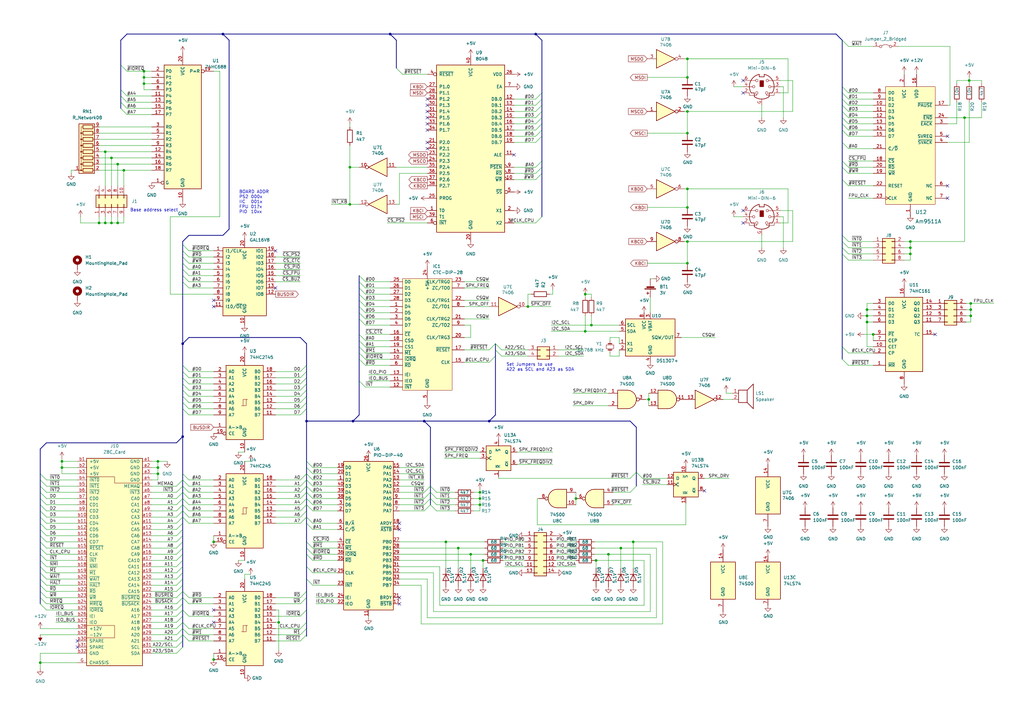
<source format=kicad_sch>
(kicad_sch (version 20230121) (generator eeschema)
  (paper "A3")
  (title_block (title "Z8C MIO Board") (date "2022-10-10") (rev "4") (comment 1 "Multi I/O Board for Z8C") (comment 2 "Interrupt-Controller, GPIO, PS2, I2C, RTC, FPU/APU and Speaker"))
  (junction (at 87.63 270.51))
  (junction (at 249.555 227.33))
  (junction (at 355.6 127))
  (junction (at 358.14 137.16))
  (junction (at 236.22 204.47))
  (junction (at 254.635 224.79))
  (junction (at 48.26 91.44))
  (junction (at 200.66 172.72))
  (junction (at 64.77 194.31))
  (junction (at 242.57 133.35))
  (junction (at 182.88 222.25))
  (junction (at 219.71 13.97))
  (junction (at 198.12 229.87))
  (junction (at 43.18 91.44))
  (junction (at 143.51 83.82))
  (junction (at 266.065 163.83))
  (junction (at 281.94 31.75))
  (junction (at 281.94 107.95))
  (junction (at 43.18 62.23))
  (junction (at 373.38 104.14))
  (junction (at 281.94 99.06))
  (junction (at 281.94 85.09))
  (junction (at 281.94 54.61))
  (junction (at 45.72 64.77))
  (junction (at 240.03 135.89))
  (junction (at 48.26 67.31))
  (junction (at 281.94 77.47))
  (junction (at 114.3 255.27))
  (junction (at 398.145 129.54))
  (junction (at 143.51 68.58))
  (junction (at 50.8 69.85))
  (junction (at 216.535 125.73))
  (junction (at 173.99 172.72))
  (junction (at 281.94 24.13))
  (junction (at 91.44 13.97))
  (junction (at 160.02 13.97))
  (junction (at 64.77 189.23))
  (junction (at 373.38 99.06))
  (junction (at 45.72 91.44))
  (junction (at 74.93 140.97))
  (junction (at 25.4 189.23))
  (junction (at 187.96 224.79))
  (junction (at 144.78 172.72))
  (junction (at 87.63 222.25))
  (junction (at 398.145 127))
  (junction (at 196.85 204.47))
  (junction (at 397.51 33.02))
  (junction (at 125.73 172.72))
  (junction (at 196.85 207.01))
  (junction (at 395.605 48.26))
  (junction (at 193.04 227.33))
  (junction (at 74.93 179.07))
  (junction (at 281.94 45.72))
  (junction (at 40.64 91.44))
  (junction (at 355.6 129.54))
  (junction (at 25.4 191.77))
  (junction (at 59.055 31.75))
  (junction (at 240.03 120.65))
  (junction (at 259.715 222.25))
  (junction (at 64.77 191.77))
  (junction (at 16.51 271.78))
  (junction (at 59.055 34.29))
  (junction (at 244.475 229.87))
  (junction (at 398.145 124.46))
  (junction (at 355.6 132.08))
  (junction (at 196.85 201.93))
  (junction (at 373.38 101.6))
  (junction (at 59.055 29.21))
  (no_connect (at 87.63 123.19))
  (no_connect (at 87.63 125.73))
  (no_connect (at 163.83 214.63))
  (no_connect (at 163.83 217.17))
  (no_connect (at 163.83 245.11))
  (no_connect (at 163.83 247.65))
  (no_connect (at 113.03 118.11))
  (no_connect (at 388.62 76.2))
  (no_connect (at 388.62 81.28))
  (no_connect (at 388.62 55.88))
  (no_connect (at 175.26 45.72))
  (no_connect (at 175.26 60.96))
  (no_connect (at 175.26 58.42))
  (no_connect (at 31.75 262.89))
  (no_connect (at 87.63 255.27))
  (no_connect (at 87.63 250.19))
  (no_connect (at 175.26 40.64))
  (no_connect (at 304.8 91.44))
  (no_connect (at 304.8 33.02))
  (no_connect (at 304.8 86.36))
  (no_connect (at 383.54 137.16))
  (no_connect (at 175.26 48.26))
  (no_connect (at 288.925 201.295))
  (no_connect (at 175.26 43.18))
  (no_connect (at 304.8 38.1))
  (no_connect (at 113.03 102.87))
  (no_connect (at 31.75 265.43))
  (no_connect (at 210.82 63.5))
  (no_connect (at 175.26 50.8))
  (no_connect (at 175.26 53.34))
  (bus_entry (at 176.53 199.39) (size 2.54 2.54))
  (bus_entry (at 19.05 212.09) (size -2.54 -2.54))
  (bus_entry (at 74.93 219.71) (size -2.54 2.54))
  (bus_entry (at 149.86 118.11) (size -2.54 -2.54))
  (bus_entry (at 77.47 165.1) (size -2.54 -2.54))
  (bus_entry (at 123.19 165.1) (size 2.54 -2.54))
  (bus_entry (at 347.98 45.72) (size -2.54 -2.54))
  (bus_entry (at 125.73 207.01) (size -2.54 2.54))
  (bus_entry (at 16.51 222.25) (size 2.54 2.54))
  (bus_entry (at 125.73 237.49) (size 2.54 2.54))
  (bus_entry (at 128.27 209.55) (size -2.54 -2.54))
  (bus_entry (at 222.25 68.58) (size -2.54 2.54))
  (bus_entry (at 19.05 207.01) (size -2.54 -2.54))
  (bus_entry (at 74.93 257.81) (size -2.54 2.54))
  (bus_entry (at 128.27 196.85) (size -2.54 -2.54))
  (bus_entry (at 147.32 156.21) (size 2.54 2.54))
  (bus_entry (at 74.93 242.57) (size -2.54 2.54))
  (bus_entry (at 74.93 245.11) (size -2.54 2.54))
  (bus_entry (at 176.53 207.01) (size -2.54 2.54))
  (bus_entry (at 219.71 43.18) (size 2.54 -2.54))
  (bus_entry (at 74.93 105.41) (size 2.54 2.54))
  (bus_entry (at 77.47 152.4) (size -2.54 -2.54))
  (bus_entry (at 49.53 26.67) (size 2.54 2.54))
  (bus_entry (at 49.53 36.83) (size 2.54 2.54))
  (bus_entry (at 219.71 55.88) (size 2.54 -2.54))
  (bus_entry (at 125.73 199.39) (size -2.54 2.54))
  (bus_entry (at 347.98 38.1) (size -2.54 -2.54))
  (bus_entry (at 123.19 170.18) (size 2.54 -2.54))
  (bus_entry (at 128.27 201.93) (size -2.54 -2.54))
  (bus_entry (at 345.44 68.58) (size 2.54 2.54))
  (bus_entry (at 147.32 144.78) (size 2.54 2.54))
  (bus_entry (at 74.93 201.93) (size 2.54 2.54))
  (bus_entry (at 147.32 137.16) (size 2.54 2.54))
  (bus_entry (at 74.93 201.93) (size -2.54 2.54))
  (bus_entry (at 125.73 222.25) (size 2.54 2.54))
  (bus_entry (at 347.98 55.88) (size -2.54 -2.54))
  (bus_entry (at 345.44 147.32) (size 2.54 2.54))
  (bus_entry (at 162.56 27.94) (size 2.54 2.54))
  (bus_entry (at 125.73 245.11) (size -2.54 2.54))
  (bus_entry (at 74.93 199.39) (size 2.54 2.54))
  (bus_entry (at 345.44 73.66) (size 2.54 2.54))
  (bus_entry (at 74.93 212.09) (size 2.54 2.54))
  (bus_entry (at 263.525 196.215) (size -2.54 -2.54))
  (bus_entry (at 203.2 143.51) (size 2.54 2.54))
  (bus_entry (at 19.05 209.55) (size -2.54 -2.54))
  (bus_entry (at 219.71 53.34) (size 2.54 -2.54))
  (bus_entry (at 74.93 227.33) (size -2.54 2.54))
  (bus_entry (at 125.73 204.47) (size -2.54 2.54))
  (bus_entry (at 147.32 147.32) (size 2.54 2.54))
  (bus_entry (at 74.93 260.35) (size 2.54 2.54))
  (bus_entry (at 16.51 227.33) (size 2.54 2.54))
  (bus_entry (at 219.71 40.64) (size 2.54 -2.54))
  (bus_entry (at 77.47 167.64) (size -2.54 -2.54))
  (bus_entry (at 149.86 128.27) (size -2.54 -2.54))
  (bus_entry (at 16.51 237.49) (size 2.54 2.54))
  (bus_entry (at 345.44 58.42) (size 2.54 2.54))
  (bus_entry (at 149.86 123.19) (size -2.54 -2.54))
  (bus_entry (at 74.93 207.01) (size -2.54 2.54))
  (bus_entry (at 16.51 234.95) (size 2.54 2.54))
  (bus_entry (at 77.47 170.18) (size -2.54 -2.54))
  (bus_entry (at 260.985 193.675) (size -2.54 2.54))
  (bus_entry (at 347.98 48.26) (size -2.54 -2.54))
  (bus_entry (at 74.93 232.41) (size -2.54 2.54))
  (bus_entry (at 77.47 160.02) (size -2.54 -2.54))
  (bus_entry (at 123.19 157.48) (size 2.54 -2.54))
  (bus_entry (at 345.44 96.52) (size 2.54 2.54))
  (bus_entry (at 147.32 139.7) (size 2.54 2.54))
  (bus_entry (at 74.93 240.03) (size -2.54 2.54))
  (bus_entry (at 125.73 227.33) (size 2.54 2.54))
  (bus_entry (at 74.93 224.79) (size -2.54 2.54))
  (bus_entry (at 74.93 247.65) (size -2.54 2.54))
  (bus_entry (at 74.93 250.19) (size -2.54 2.54))
  (bus_entry (at 149.86 133.35) (size -2.54 -2.54))
  (bus_entry (at 74.93 204.47) (size -2.54 2.54))
  (bus_entry (at 77.47 154.94) (size -2.54 -2.54))
  (bus_entry (at 222.25 71.12) (size -2.54 2.54))
  (bus_entry (at 128.27 199.39) (size -2.54 -2.54))
  (bus_entry (at 176.53 207.01) (size 2.54 2.54))
  (bus_entry (at 176.53 204.47) (size 2.54 2.54))
  (bus_entry (at 345.44 101.6) (size 2.54 2.54))
  (bus_entry (at 345.44 142.24) (size 2.54 2.54))
  (bus_entry (at 74.93 237.49) (size -2.54 2.54))
  (bus_entry (at 219.71 45.72) (size 2.54 -2.54))
  (bus_entry (at 77.47 157.48) (size -2.54 -2.54))
  (bus_entry (at 347.98 53.34) (size -2.54 -2.54))
  (bus_entry (at 74.93 250.19) (size 2.54 2.54))
  (bus_entry (at 123.19 162.56) (size 2.54 -2.54))
  (bus_entry (at 203.2 140.97) (size -2.54 2.54))
  (bus_entry (at 149.86 120.65) (size -2.54 -2.54))
  (bus_entry (at 347.98 40.64) (size -2.54 -2.54))
  (bus_entry (at 16.51 199.39) (size 2.54 2.54))
  (bus_entry (at 16.51 194.31) (size 2.54 2.54))
  (bus_entry (at 16.51 196.85) (size 2.54 2.54))
  (bus_entry (at 77.47 162.56) (size -2.54 -2.54))
  (bus_entry (at 203.2 146.05) (size -2.54 2.54))
  (bus_entry (at 128.27 207.01) (size -2.54 -2.54))
  (bus_entry (at 74.93 110.49) (size 2.54 2.54))
  (bus_entry (at 19.05 204.47) (size -2.54 -2.54))
  (bus_entry (at 74.93 102.87) (size 2.54 2.54))
  (bus_entry (at 19.05 217.17) (size -2.54 -2.54))
  (bus_entry (at 16.51 242.57) (size 2.54 2.54))
  (bus_entry (at 128.27 194.31) (size -2.54 -2.54))
  (bus_entry (at 203.2 140.97) (size 2.54 2.54))
  (bus_entry (at 72.39 201.93) (size 2.54 -2.54))
  (bus_entry (at 74.93 212.09) (size -2.54 2.54))
  (bus_entry (at 74.93 204.47) (size 2.54 2.54))
  (bus_entry (at 16.51 229.87) (size 2.54 2.54))
  (bus_entry (at 125.73 257.81) (size -2.54 2.54))
  (bus_entry (at 74.93 262.89) (size -2.54 2.54))
  (bus_entry (at 345.44 104.14) (size 2.54 2.54))
  (bus_entry (at 74.93 234.95) (size -2.54 2.54))
  (bus_entry (at 49.53 39.37) (size 2.54 2.54))
  (bus_entry (at 125.73 201.93) (size -2.54 2.54))
  (bus_entry (at 123.19 160.02) (size 2.54 -2.54))
  (bus_entry (at 222.25 66.04) (size -2.54 2.54))
  (bus_entry (at 176.53 199.39) (size -2.54 2.54))
  (bus_entry (at 16.51 245.11) (size 2.54 2.54))
  (bus_entry (at 176.53 201.93) (size -2.54 2.54))
  (bus_entry (at 125.73 242.57) (size -2.54 2.54))
  (bus_entry (at 49.53 41.91) (size 2.54 2.54))
  (bus_entry (at 345.44 99.06) (size 2.54 2.54))
  (bus_entry (at 345.44 66.04) (size 2.54 2.54))
  (bus_entry (at 74.93 242.57) (size 2.54 2.54))
  (bus_entry (at 16.51 247.65) (size 2.54 2.54))
  (bus_entry (at 74.93 260.35) (size -2.54 2.54))
  (bus_entry (at 74.93 209.55) (size -2.54 2.54))
  (bus_entry (at 74.93 217.17) (size -2.54 2.54))
  (bus_entry (at 125.73 209.55) (size -2.54 2.54))
  (bus_entry (at 74.93 115.57) (size 2.54 2.54))
  (bus_entry (at 125.73 224.79) (size 2.54 2.54))
  (bus_entry (at 74.93 107.95) (size 2.54 2.54))
  (bus_entry (at 74.93 265.43) (size -2.54 2.54))
  (bus_entry (at 149.86 125.73) (size -2.54 -2.54))
  (bus_entry (at 128.27 191.77) (size -2.54 -2.54))
  (bus_entry (at 74.93 214.63) (size -2.54 2.54))
  (bus_entry (at 219.71 50.8) (size 2.54 -2.54))
  (bus_entry (at 49.53 44.45) (size 2.54 2.54))
  (bus_entry (at 19.05 219.71) (size -2.54 -2.54))
  (bus_entry (at 74.93 255.27) (size -2.54 2.54))
  (bus_entry (at 123.19 154.94) (size 2.54 -2.54))
  (bus_entry (at 125.73 194.31) (size -2.54 2.54))
  (bus_entry (at 74.93 245.11) (size 2.54 2.54))
  (bus_entry (at 125.73 196.85) (size -2.54 2.54))
  (bus_entry (at 125.73 232.41) (size 2.54 2.54))
  (bus_entry (at 125.73 212.09) (size -2.54 2.54))
  (bus_entry (at 347.98 43.18) (size -2.54 -2.54))
  (bus_entry (at 16.51 224.79) (size 2.54 2.54))
  (bus_entry (at 19.05 214.63) (size -2.54 -2.54))
  (bus_entry (at 74.93 194.31) (size 2.54 2.54))
  (bus_entry (at 74.93 207.01) (size 2.54 2.54))
  (bus_entry (at 16.51 240.03) (size 2.54 2.54))
  (bus_entry (at 74.93 252.73) (size -2.54 2.54))
  (bus_entry (at 125.73 260.35) (size -2.54 2.54))
  (bus_entry (at 123.19 167.64) (size 2.54 -2.54))
  (bus_entry (at 222.25 88.9) (size -2.54 2.54))
  (bus_entry (at 74.93 100.33) (size 2.54 2.54))
  (bus_entry (at 176.53 201.93) (size 2.54 2.54))
  (bus_entry (at 74.93 229.87) (size -2.54 2.54))
  (bus_entry (at 125.73 255.27) (size -2.54 2.54))
  (bus_entry (at 219.71 48.26) (size 2.54 -2.54))
  (bus_entry (at 74.93 222.25) (size -2.54 2.54))
  (bus_entry (at 347.98 50.8) (size -2.54 -2.54))
  (bus_entry (at 125.73 250.19) (size -2.54 2.54))
  (bus_entry (at 125.73 212.09) (size 2.54 2.54))
  (bus_entry (at 74.93 257.81) (size 2.54 2.54))
  (bus_entry (at 74.93 209.55) (size 2.54 2.54))
  (bus_entry (at 260.985 199.39) (size -2.54 2.54))
  (bus_entry (at 149.86 115.57) (size -2.54 -2.54))
  (bus_entry (at 176.53 204.47) (size -2.54 2.54))
  (bus_entry (at 72.39 199.39) (size 2.54 -2.54))
  (bus_entry (at 125.73 214.63) (size 2.54 2.54))
  (bus_entry (at 74.93 113.03) (size 2.54 2.54))
  (bus_entry (at 74.93 255.27) (size 2.54 2.54))
  (bus_entry (at 74.93 196.85) (size 2.54 2.54))
  (bus_entry (at 219.71 58.42) (size 2.54 -2.54))
  (bus_entry (at 16.51 232.41) (size 2.54 2.54))
  (bus_entry (at 128.27 204.47) (size -2.54 -2.54))
  (bus_entry (at 19.05 222.25) (size -2.54 -2.54))
  (bus_entry (at 345.44 16.51) (size 2.54 2.54))
  (bus_entry (at 149.86 130.81) (size -2.54 -2.54))
  (bus_entry (at 147.32 142.24) (size 2.54 2.54))
  (bus_entry (at 123.19 152.4) (size 2.54 -2.54))
  (wire (pts (xy 149.86 144.78) (xy 160.02 144.78)))
  (wire (pts (xy 114.3 255.27) (xy 114.3 266.7)))
  (bus (pts (xy 345.44 99.06) (xy 345.44 101.6)))
  (wire (pts (xy 402.59 48.26) (xy 402.59 41.91)))
  (bus (pts (xy 16.51 219.71) (xy 16.51 217.17)))
  (wire (pts (xy 375.92 30.48) (xy 375.92 29.845)))
  (wire (pts (xy 151.13 186.69) (xy 151.13 187.325)))
  (wire (pts (xy 242.57 120.65) (xy 242.57 121.92)))
  (wire (pts (xy 398.145 132.08) (xy 398.145 129.54)))
  (bus (pts (xy 200.66 172.72) (xy 173.99 172.72)))
  (wire (pts (xy 77.47 199.39) (xy 87.63 199.39)))
  (bus (pts (xy 16.51 242.57) (xy 16.51 245.11)))
  (wire (pts (xy 72.39 245.11) (xy 62.23 245.11)))
  (wire (pts (xy 113.03 162.56) (xy 123.19 162.56)))
  (bus (pts (xy 74.93 167.64) (xy 74.93 179.07)))
  (wire (pts (xy 113.03 260.35) (xy 123.19 260.35)))
  (wire (pts (xy 77.47 165.1) (xy 87.63 165.1)))
  (wire (pts (xy 163.83 224.79) (xy 187.96 224.79)))
  (wire (pts (xy 187.96 224.79) (xy 187.96 233.045)))
  (wire (pts (xy 196.85 187.96) (xy 182.245 187.96)))
  (wire (pts (xy 200.66 130.81) (xy 190.5 130.81)))
  (wire (pts (xy 128.27 214.63) (xy 138.43 214.63)))
  (wire (pts (xy 123.19 115.57) (xy 113.03 115.57)))
  (bus (pts (xy 345.44 53.34) (xy 345.44 58.42)))
  (wire (pts (xy 77.47 102.87) (xy 87.63 102.87)))
  (wire (pts (xy 19.05 212.09) (xy 31.75 212.09)))
  (wire (pts (xy 219.71 91.44) (xy 210.82 91.44)))
  (wire (pts (xy 281.94 77.47) (xy 323.215 77.47)))
  (wire (pts (xy 355.6 132.08) (xy 355.6 129.54)))
  (bus (pts (xy 147.32 156.21) (xy 147.32 170.18)))
  (wire (pts (xy 259.715 222.25) (xy 259.715 233.045)))
  (wire (pts (xy 389.636 19.05) (xy 368.3 19.05)))
  (bus (pts (xy 345.44 104.14) (xy 345.44 142.24)))
  (wire (pts (xy 40.64 52.07) (xy 62.23 52.07)))
  (wire (pts (xy 158.75 91.44) (xy 175.26 91.44)))
  (wire (pts (xy 240.03 121.92) (xy 240.03 120.65)))
  (wire (pts (xy 212.09 185.42) (xy 226.695 185.42)))
  (bus (pts (xy 125.73 201.93) (xy 125.73 199.39)))
  (wire (pts (xy 19.05 224.79) (xy 31.75 224.79)))
  (wire (pts (xy 177.8 234.95) (xy 177.8 250.825)))
  (wire (pts (xy 72.39 217.17) (xy 62.23 217.17)))
  (wire (pts (xy 254 138.43) (xy 254 140.97)))
  (wire (pts (xy 50.8 69.85) (xy 50.8 76.2)))
  (wire (pts (xy 123.19 196.85) (xy 113.03 196.85)))
  (wire (pts (xy 323.215 24.13) (xy 323.215 38.1)))
  (wire (pts (xy 219.71 55.88) (xy 210.82 55.88)))
  (wire (pts (xy 113.03 167.64) (xy 123.19 167.64)))
  (wire (pts (xy 320.04 88.9) (xy 321.31 88.9)))
  (wire (pts (xy 206.375 227.33) (xy 215.265 227.33)))
  (wire (pts (xy 396.24 132.08) (xy 398.145 132.08)))
  (wire (pts (xy 19.05 214.63) (xy 31.75 214.63)))
  (wire (pts (xy 45.72 64.77) (xy 62.23 64.77)))
  (wire (pts (xy 373.38 104.14) (xy 373.38 101.6)))
  (wire (pts (xy 242.57 129.54) (xy 242.57 133.35)))
  (wire (pts (xy 321.31 88.9) (xy 321.31 101.6)))
  (wire (pts (xy 212.09 190.5) (xy 226.695 190.5)))
  (bus (pts (xy 74.93 237.49) (xy 74.93 234.95)))
  (wire (pts (xy 128.27 207.01) (xy 138.43 207.01)))
  (bus (pts (xy 345.44 45.72) (xy 345.44 43.18)))
  (wire (pts (xy 347.98 99.06) (xy 358.14 99.06)))
  (wire (pts (xy 373.38 88.9) (xy 373.38 88.265)))
  (wire (pts (xy 263.525 198.755) (xy 273.685 198.755)))
  (wire (pts (xy 323.215 91.44) (xy 320.04 91.44)))
  (wire (pts (xy 48.26 67.31) (xy 48.26 76.2)))
  (bus (pts (xy 74.93 140.97) (xy 74.93 149.86)))
  (bus (pts (xy 74.93 224.79) (xy 74.93 222.25)))
  (bus (pts (xy 222.25 43.18) (xy 222.25 45.72)))
  (wire (pts (xy 266.065 163.83) (xy 266.065 161.29)))
  (bus (pts (xy 125.73 232.41) (xy 125.73 237.49)))
  (bus (pts (xy 125.73 257.81) (xy 125.73 260.35)))
  (wire (pts (xy 163.83 237.49) (xy 175.26 237.49)))
  (wire (pts (xy 128.27 201.93) (xy 138.43 201.93)))
  (bus (pts (xy 49.53 39.37) (xy 49.53 36.83)))
  (wire (pts (xy 300.355 163.83) (xy 296.545 163.83)))
  (wire (pts (xy 16.51 267.97) (xy 31.75 267.97)))
  (wire (pts (xy 355.6 132.08) (xy 355.6 142.24)))
  (bus (pts (xy 74.93 232.41) (xy 74.93 229.87)))
  (wire (pts (xy 72.39 219.71) (xy 62.23 219.71)))
  (wire (pts (xy 347.98 43.18) (xy 358.14 43.18)))
  (wire (pts (xy 269.24 253.365) (xy 269.24 224.79)))
  (wire (pts (xy 77.47 105.41) (xy 87.63 105.41)))
  (wire (pts (xy 179.07 209.55) (xy 186.69 209.55)))
  (wire (pts (xy 373.38 101.6) (xy 373.38 99.06)))
  (wire (pts (xy 249.555 161.29) (xy 234.95 161.29)))
  (bus (pts (xy 345.44 38.1) (xy 345.44 40.64)))
  (wire (pts (xy 77.47 157.48) (xy 87.63 157.48)))
  (bus (pts (xy 16.51 199.39) (xy 16.51 201.93)))
  (wire (pts (xy 219.71 53.34) (xy 210.82 53.34)))
  (wire (pts (xy 77.47 201.93) (xy 87.63 201.93)))
  (bus (pts (xy 74.93 149.86) (xy 74.93 152.4)))
  (wire (pts (xy 64.77 194.31) (xy 64.77 191.77)))
  (bus (pts (xy 345.44 101.6) (xy 345.44 104.14)))
  (wire (pts (xy 149.86 128.27) (xy 160.02 128.27)))
  (wire (pts (xy 240.03 135.89) (xy 254 135.89)))
  (wire (pts (xy 52.07 44.45) (xy 62.23 44.45)))
  (wire (pts (xy 243.84 229.87) (xy 244.475 229.87)))
  (bus (pts (xy 74.93 154.94) (xy 74.93 157.48)))
  (wire (pts (xy 172.72 240.03) (xy 172.72 255.905)))
  (wire (pts (xy 128.27 199.39) (xy 138.43 199.39)))
  (wire (pts (xy 25.4 191.77) (xy 25.4 194.31)))
  (wire (pts (xy 347.98 60.96) (xy 358.14 60.96)))
  (wire (pts (xy 236.22 207.01) (xy 236.22 204.47)))
  (wire (pts (xy 123.19 207.01) (xy 113.03 207.01)))
  (wire (pts (xy 151.13 252.73) (xy 151.13 253.365)))
  (wire (pts (xy 266.065 163.83) (xy 266.065 166.37)))
  (bus (pts (xy 222.25 38.1) (xy 222.25 16.51)))
  (wire (pts (xy 163.83 232.41) (xy 180.34 232.41)))
  (wire (pts (xy 22.86 252.73) (xy 31.75 252.73)))
  (wire (pts (xy 216.535 125.73) (xy 216.535 120.65)))
  (bus (pts (xy 74.93 107.95) (xy 74.93 110.49)))
  (wire (pts (xy 19.05 240.03) (xy 31.75 240.03)))
  (bus (pts (xy 147.32 123.19) (xy 147.32 120.65)))
  (wire (pts (xy 19.05 209.55) (xy 31.75 209.55)))
  (wire (pts (xy 354.33 137.16) (xy 358.14 137.16)))
  (bus (pts (xy 16.51 207.01) (xy 16.51 204.47)))
  (wire (pts (xy 347.98 66.04) (xy 358.14 66.04)))
  (bus (pts (xy 222.25 48.26) (xy 222.25 45.72)))
  (wire (pts (xy 72.39 247.65) (xy 62.23 247.65)))
  (wire (pts (xy 281.94 99.06) (xy 281.94 107.95)))
  (wire (pts (xy 19.05 199.39) (xy 31.75 199.39)))
  (bus (pts (xy 203.2 170.18) (xy 200.66 172.72)))
  (wire (pts (xy 25.4 191.77) (xy 25.4 189.23)))
  (bus (pts (xy 144.78 172.72) (xy 173.99 172.72)))
  (wire (pts (xy 72.39 229.87) (xy 62.23 229.87)))
  (wire (pts (xy 149.86 142.24) (xy 160.02 142.24)))
  (wire (pts (xy 226.06 135.89) (xy 240.03 135.89)))
  (wire (pts (xy 149.86 133.35) (xy 160.02 133.35)))
  (wire (pts (xy 72.39 234.95) (xy 62.23 234.95)))
  (wire (pts (xy 77.47 107.95) (xy 87.63 107.95)))
  (wire (pts (xy 398.145 129.54) (xy 396.24 129.54)))
  (wire (pts (xy 149.86 118.11) (xy 160.02 118.11)))
  (bus (pts (xy 16.51 219.71) (xy 16.51 222.25)))
  (wire (pts (xy 123.19 201.93) (xy 113.03 201.93)))
  (wire (pts (xy 64.77 189.23) (xy 68.58 189.23)))
  (wire (pts (xy 163.83 191.77) (xy 173.99 191.77)))
  (wire (pts (xy 175.26 237.49) (xy 175.26 253.365)))
  (wire (pts (xy 52.07 46.99) (xy 62.23 46.99)))
  (wire (pts (xy 206.375 229.87) (xy 215.265 229.87)))
  (wire (pts (xy 48.26 88.9) (xy 48.26 91.44)))
  (wire (pts (xy 347.98 48.26) (xy 358.14 48.26)))
  (bus (pts (xy 147.32 128.27) (xy 147.32 125.73)))
  (wire (pts (xy 173.99 196.85) (xy 163.83 196.85)))
  (bus (pts (xy 74.93 260.35) (xy 74.93 257.81)))
  (wire (pts (xy 281.94 45.72) (xy 281.94 54.61)))
  (bus (pts (xy 147.32 144.78) (xy 147.32 147.32)))
  (wire (pts (xy 242.57 133.35) (xy 254 133.35)))
  (bus (pts (xy 176.53 199.39) (xy 176.53 201.93)))
  (wire (pts (xy 77.47 252.73) (xy 87.63 252.73)))
  (wire (pts (xy 392.43 34.29) (xy 392.43 33.02)))
  (bus (pts (xy 147.32 142.24) (xy 147.32 144.78)))
  (wire (pts (xy 163.83 209.55) (xy 173.99 209.55)))
  (wire (pts (xy 227.965 222.25) (xy 236.22 222.25)))
  (wire (pts (xy 250.19 146.05) (xy 254 146.05)))
  (bus (pts (xy 147.32 115.57) (xy 147.32 118.11)))
  (bus (pts (xy 49.53 44.45) (xy 49.53 41.91)))
  (bus (pts (xy 74.93 110.49) (xy 74.93 113.03)))
  (wire (pts (xy 113.03 160.02) (xy 123.19 160.02)))
  (bus (pts (xy 345.44 40.64) (xy 345.44 43.18)))
  (bus (pts (xy 345.44 35.56) (xy 345.44 38.1)))
  (wire (pts (xy 239.395 143.51) (xy 229.235 143.51)))
  (wire (pts (xy 25.4 189.23) (xy 31.75 189.23)))
  (wire (pts (xy 90.17 29.21) (xy 87.63 29.21)))
  (wire (pts (xy 200.66 123.19) (xy 190.5 123.19)))
  (wire (pts (xy 392.43 50.8) (xy 392.43 41.91)))
  (wire (pts (xy 243.84 227.33) (xy 249.555 227.33)))
  (wire (pts (xy 194.31 209.55) (xy 196.85 209.55)))
  (wire (pts (xy 227.965 232.41) (xy 236.22 232.41)))
  (bus (pts (xy 125.73 209.55) (xy 125.73 212.09)))
  (wire (pts (xy 163.83 204.47) (xy 173.99 204.47)))
  (wire (pts (xy 129.54 247.65) (xy 138.43 247.65)))
  (bus (pts (xy 125.73 167.64) (xy 125.73 172.72)))
  (bus (pts (xy 74.93 207.01) (xy 74.93 204.47)))
  (wire (pts (xy 215.9 125.73) (xy 216.535 125.73)))
  (bus (pts (xy 222.25 53.34) (xy 222.25 50.8)))
  (bus (pts (xy 91.44 13.97) (xy 160.02 13.97)))
  (wire (pts (xy 251.46 201.93) (xy 258.445 201.93)))
  (wire (pts (xy 244.475 229.87) (xy 244.475 233.045)))
  (wire (pts (xy 300.99 35.56) (xy 304.8 35.56)))
  (wire (pts (xy 40.64 62.23) (xy 43.18 62.23)))
  (wire (pts (xy 347.98 71.12) (xy 358.14 71.12)))
  (bus (pts (xy 52.07 13.97) (xy 91.44 13.97)))
  (bus (pts (xy 345.44 96.52) (xy 345.44 99.06)))
  (wire (pts (xy 25.4 194.31) (xy 31.75 194.31)))
  (wire (pts (xy 163.83 194.31) (xy 173.99 194.31)))
  (wire (pts (xy 40.64 69.85) (xy 50.8 69.85)))
  (bus (pts (xy 345.44 16.51) (xy 345.44 35.56)))
  (wire (pts (xy 206.375 222.25) (xy 215.265 222.25)))
  (wire (pts (xy 40.64 64.77) (xy 45.72 64.77)))
  (wire (pts (xy 163.83 229.87) (xy 198.12 229.87)))
  (bus (pts (xy 74.93 196.85) (xy 74.93 199.39)))
  (wire (pts (xy 149.86 125.73) (xy 160.02 125.73)))
  (wire (pts (xy 87.63 120.65) (xy 69.85 120.65)))
  (wire (pts (xy 19.05 227.33) (xy 31.75 227.33)))
  (wire (pts (xy 123.19 209.55) (xy 113.03 209.55)))
  (wire (pts (xy 254 146.05) (xy 254 143.51)))
  (wire (pts (xy 149.86 147.32) (xy 160.02 147.32)))
  (wire (pts (xy 190.5 125.73) (xy 200.66 125.73)))
  (wire (pts (xy 175.26 71.12) (xy 163.83 71.12)))
  (wire (pts (xy 163.83 71.12) (xy 163.83 83.82)))
  (bus (pts (xy 147.32 115.57) (xy 147.32 113.03)))
  (bus (pts (xy 260.985 199.39) (xy 260.985 193.675)))
  (bus (pts (xy 74.93 194.31) (xy 74.93 196.85)))
  (wire (pts (xy 143.51 59.69) (xy 143.51 68.58)))
  (bus (pts (xy 74.93 105.41) (xy 74.93 107.95)))
  (bus (pts (xy 125.73 237.49) (xy 125.73 242.57)))
  (bus (pts (xy 16.51 224.79) (xy 16.51 227.33)))
  (wire (pts (xy 347.98 104.14) (xy 358.14 104.14)))
  (wire (pts (xy 196.85 201.93) (xy 196.85 204.47)))
  (wire (pts (xy 190.5 118.11) (xy 200.66 118.11)))
  (bus (pts (xy 222.25 40.64) (xy 222.25 43.18)))
  (wire (pts (xy 219.71 48.26) (xy 210.82 48.26)))
  (wire (pts (xy 215.265 232.41) (xy 207.01 232.41)))
  (wire (pts (xy 219.71 58.42) (xy 210.82 58.42)))
  (wire (pts (xy 64.77 191.77) (xy 64.77 189.23)))
  (wire (pts (xy 226.695 120.65) (xy 226.695 118.745)))
  (wire (pts (xy 396.24 124.46) (xy 398.145 124.46)))
  (wire (pts (xy 16.51 274.32) (xy 16.51 271.78)))
  (wire (pts (xy 19.05 219.71) (xy 31.75 219.71)))
  (wire (pts (xy 77.47 196.85) (xy 87.63 196.85)))
  (wire (pts (xy 128.27 234.95) (xy 138.43 234.95)))
  (bus (pts (xy 147.32 139.7) (xy 147.32 142.24)))
  (bus (pts (xy 74.93 250.19) (xy 74.93 247.65)))
  (wire (pts (xy 323.215 77.47) (xy 323.215 91.44)))
  (wire (pts (xy 77.47 162.56) (xy 87.63 162.56)))
  (bus (pts (xy 125.73 167.64) (xy 125.73 165.1)))
  (wire (pts (xy 128.27 191.77) (xy 138.43 191.77)))
  (wire (pts (xy 72.39 262.89) (xy 62.23 262.89)))
  (bus (pts (xy 125.73 245.11) (xy 125.73 250.19)))
  (wire (pts (xy 123.19 204.47) (xy 113.03 204.47)))
  (bus (pts (xy 93.98 93.98) (xy 93.98 16.51)))
  (wire (pts (xy 69.85 88.9) (xy 90.17 88.9)))
  (wire (pts (xy 149.86 120.65) (xy 160.02 120.65)))
  (wire (pts (xy 72.39 257.81) (xy 62.23 257.81)))
  (bus (pts (xy 16.51 240.03) (xy 16.51 242.57)))
  (wire (pts (xy 182.88 233.045) (xy 182.88 222.25)))
  (wire (pts (xy 128.27 222.25) (xy 138.43 222.25)))
  (wire (pts (xy 312.42 101.6) (xy 312.42 96.52)))
  (bus (pts (xy 74.93 162.56) (xy 74.93 160.02)))
  (bus (pts (xy 49.53 26.67) (xy 49.53 36.83)))
  (wire (pts (xy 347.98 45.72) (xy 358.14 45.72)))
  (bus (pts (xy 162.56 16.51) (xy 160.02 13.97)))
  (wire (pts (xy 163.83 222.25) (xy 182.88 222.25)))
  (wire (pts (xy 97.79 229.87) (xy 100.33 229.87)))
  (wire (pts (xy 395.605 48.26) (xy 395.605 99.06)))
  (wire (pts (xy 398.145 127) (xy 398.145 129.54)))
  (wire (pts (xy 123.19 214.63) (xy 113.03 214.63)))
  (wire (pts (xy 72.39 255.27) (xy 62.23 255.27)))
  (wire (pts (xy 77.47 204.47) (xy 87.63 204.47)))
  (wire (pts (xy 267.97 114.3) (xy 266.7 114.3)))
  (bus (pts (xy 125.73 212.09) (xy 125.73 214.63)))
  (wire (pts (xy 77.47 160.02) (xy 87.63 160.02)))
  (wire (pts (xy 204.47 196.215) (xy 204.47 195.58)))
  (wire (pts (xy 149.86 158.75) (xy 160.02 158.75)))
  (wire (pts (xy 64.77 196.85) (xy 64.77 194.31)))
  (wire (pts (xy 59.055 29.21) (xy 62.23 29.21)))
  (wire (pts (xy 16.51 271.78) (xy 31.75 271.78)))
  (bus (pts (xy 173.99 172.72) (xy 176.53 175.26)))
  (wire (pts (xy 128.27 196.85) (xy 138.43 196.85)))
  (wire (pts (xy 72.39 209.55) (xy 62.23 209.55)))
  (wire (pts (xy 250.19 138.43) (xy 250.19 139.7)))
  (bus (pts (xy 125.73 199.39) (xy 125.73 196.85)))
  (bus (pts (xy 200.66 172.72) (xy 258.445 172.72)))
  (bus (pts (xy 74.93 99.06) (xy 77.47 96.52)))
  (wire (pts (xy 62.23 189.23) (xy 64.77 189.23)))
  (wire (pts (xy 72.39 237.49) (xy 62.23 237.49)))
  (wire (pts (xy 402.59 33.02) (xy 402.59 34.29)))
  (bus (pts (xy 77.47 96.52) (xy 91.44 96.52)))
  (wire (pts (xy 113.03 110.49) (xy 123.19 110.49)))
  (wire (pts (xy 72.39 267.97) (xy 62.23 267.97)))
  (wire (pts (xy 31.75 191.77) (xy 25.4 191.77)))
  (bus (pts (xy 16.51 194.31) (xy 16.51 196.85)))
  (wire (pts (xy 77.47 167.64) (xy 87.63 167.64)))
  (wire (pts (xy 280.67 77.47) (xy 281.94 77.47)))
  (wire (pts (xy 72.39 222.25) (xy 62.23 222.25)))
  (wire (pts (xy 72.39 232.41) (xy 62.23 232.41)))
  (bus (pts (xy 16.51 227.33) (xy 16.51 229.87)))
  (wire (pts (xy 325.12 45.72) (xy 325.12 33.02)))
  (bus (pts (xy 125.73 154.94) (xy 125.73 152.4)))
  (wire (pts (xy 219.71 50.8) (xy 210.82 50.8)))
  (wire (pts (xy 281.94 77.47) (xy 281.94 85.09)))
  (bus (pts (xy 222.25 68.58) (xy 222.25 71.12)))
  (wire (pts (xy 281.94 31.75) (xy 265.43 31.75)))
  (wire (pts (xy 281.94 24.13) (xy 281.94 31.75)))
  (bus (pts (xy 345.44 48.26) (xy 345.44 45.72)))
  (wire (pts (xy 149.86 139.7) (xy 160.02 139.7)))
  (wire (pts (xy 373.38 99.06) (xy 395.605 99.06)))
  (wire (pts (xy 163.83 240.03) (xy 172.72 240.03)))
  (bus (pts (xy 74.93 115.57) (xy 74.93 140.97)))
  (wire (pts (xy 193.04 227.33) (xy 193.04 233.045)))
  (bus (pts (xy 16.51 204.47) (xy 16.51 201.93)))
  (wire (pts (xy 40.64 54.61) (xy 62.23 54.61)))
  (wire (pts (xy 280.67 99.06) (xy 281.94 99.06)))
  (wire (pts (xy 40.64 88.9) (xy 40.64 91.44)))
  (wire (pts (xy 266.7 250.825) (xy 266.7 227.33)))
  (wire (pts (xy 19.05 204.47) (xy 31.75 204.47)))
  (wire (pts (xy 19.05 222.25) (xy 31.75 222.25)))
  (wire (pts (xy 151.13 156.21) (xy 160.02 156.21)))
  (wire (pts (xy 179.07 207.01) (xy 186.69 207.01)))
  (bus (pts (xy 203.2 140.97) (xy 203.2 143.51)))
  (bus (pts (xy 16.51 234.95) (xy 16.51 237.49)))
  (bus (pts (xy 16.51 222.25) (xy 16.51 224.79)))
  (bus (pts (xy 74.93 250.19) (xy 74.93 252.73)))
  (wire (pts (xy 77.47 214.63) (xy 87.63 214.63)))
  (bus (pts (xy 345.44 53.34) (xy 345.44 50.8)))
  (wire (pts (xy 149.86 115.57) (xy 160.02 115.57)))
  (wire (pts (xy 200.66 148.59) (xy 190.5 148.59)))
  (wire (pts (xy 72.39 252.73) (xy 62.23 252.73)))
  (bus (pts (xy 16.51 214.63) (xy 16.51 212.09)))
  (wire (pts (xy 198.12 229.87) (xy 198.12 233.045)))
  (bus (pts (xy 203.2 143.51) (xy 203.2 146.05)))
  (wire (pts (xy 281.94 24.13) (xy 323.215 24.13)))
  (wire (pts (xy 100.33 189.23) (xy 102.87 189.23)))
  (wire (pts (xy 19.05 250.19) (xy 31.75 250.19)))
  (wire (pts (xy 300.99 88.9) (xy 304.8 88.9)))
  (wire (pts (xy 149.86 137.16) (xy 160.02 137.16)))
  (wire (pts (xy 219.71 68.58) (xy 210.82 68.58)))
  (wire (pts (xy 114.3 250.19) (xy 114.3 255.27)))
  (bus (pts (xy 345.44 147.32) (xy 345.44 142.24)))
  (bus (pts (xy 16.51 209.55) (xy 16.51 207.01)))
  (wire (pts (xy 354.33 129.54) (xy 355.6 129.54)))
  (wire (pts (xy 77.47 262.89) (xy 87.63 262.89)))
  (wire (pts (xy 280.67 24.13) (xy 281.94 24.13)))
  (wire (pts (xy 227.965 229.87) (xy 236.22 229.87)))
  (wire (pts (xy 271.78 255.905) (xy 271.78 222.25)))
  (wire (pts (xy 62.23 31.75) (xy 59.055 31.75)))
  (bus (pts (xy 16.51 196.85) (xy 16.51 199.39)))
  (wire (pts (xy 19.05 234.95) (xy 31.75 234.95)))
  (wire (pts (xy 373.38 99.06) (xy 370.84 99.06)))
  (wire (pts (xy 163.83 207.01) (xy 173.99 207.01)))
  (wire (pts (xy 347.98 68.58) (xy 358.14 68.58)))
  (wire (pts (xy 264.795 163.83) (xy 266.065 163.83)))
  (wire (pts (xy 113.03 250.19) (xy 114.3 250.19)))
  (wire (pts (xy 77.47 113.03) (xy 87.63 113.03)))
  (bus (pts (xy 125.73 140.97) (xy 125.73 149.86)))
  (wire (pts (xy 77.47 209.55) (xy 87.63 209.55)))
  (wire (pts (xy 281.305 215.265) (xy 220.345 215.265)))
  (wire (pts (xy 388.62 50.8) (xy 392.43 50.8)))
  (wire (pts (xy 62.23 34.29) (xy 59.055 34.29)))
  (wire (pts (xy 25.4 187.96) (xy 25.4 189.23)))
  (bus (pts (xy 125.73 222.25) (xy 125.73 224.79)))
  (wire (pts (xy 90.17 88.9) (xy 90.17 29.21)))
  (wire (pts (xy 347.98 19.05) (xy 358.14 19.05)))
  (bus (pts (xy 74.93 99.06) (xy 74.93 100.33)))
  (wire (pts (xy 288.925 196.215) (xy 299.085 196.215)))
  (bus (pts (xy 345.44 58.42) (xy 345.44 66.04)))
  (bus (pts (xy 74.93 160.02) (xy 74.93 157.48)))
  (wire (pts (xy 321.31 35.56) (xy 321.31 48.26)))
  (bus (pts (xy 222.25 55.88) (xy 222.25 53.34)))
  (bus (pts (xy 74.93 240.03) (xy 74.93 237.49)))
  (wire (pts (xy 113.03 113.03) (xy 123.19 113.03)))
  (bus (pts (xy 72.39 181.61) (xy 74.93 179.07)))
  (bus (pts (xy 16.51 212.09) (xy 16.51 209.55)))
  (wire (pts (xy 250.19 138.43) (xy 254 138.43)))
  (bus (pts (xy 125.73 162.56) (xy 125.73 160.02)))
  (wire (pts (xy 16.51 257.81) (xy 31.75 257.81)))
  (bus (pts (xy 125.73 165.1) (xy 125.73 162.56)))
  (bus (pts (xy 125.73 207.01) (xy 125.73 209.55)))
  (wire (pts (xy 281.94 99.06) (xy 325.12 99.06)))
  (wire (pts (xy 113.03 257.81) (xy 123.19 257.81)))
  (wire (pts (xy 69.85 120.65) (xy 69.85 88.9)))
  (wire (pts (xy 77.47 247.65) (xy 87.63 247.65)))
  (bus (pts (xy 74.93 262.89) (xy 74.93 260.35)))
  (wire (pts (xy 128.27 224.79) (xy 138.43 224.79)))
  (wire (pts (xy 220.345 215.265) (xy 220.345 204.47)))
  (wire (pts (xy 370.84 30.48) (xy 370.84 29.845)))
  (bus (pts (xy 74.93 167.64) (xy 74.93 165.1)))
  (wire (pts (xy 128.27 229.87) (xy 138.43 229.87)))
  (wire (pts (xy 200.66 115.57) (xy 190.5 115.57)))
  (wire (pts (xy 196.85 200.66) (xy 196.85 201.93)))
  (bus (pts (xy 74.93 204.47) (xy 74.93 201.93)))
  (wire (pts (xy 388.62 43.18) (xy 389.636 43.18)))
  (wire (pts (xy 52.07 29.21) (xy 59.055 29.21)))
  (wire (pts (xy 59.055 34.29) (xy 59.055 31.75)))
  (bus (pts (xy 125.73 227.33) (xy 125.73 232.41)))
  (wire (pts (xy 128.27 227.33) (xy 138.43 227.33)))
  (wire (pts (xy 279.4 138.43) (xy 293.37 138.43)))
  (wire (pts (xy 128.27 194.31) (xy 138.43 194.31)))
  (wire (pts (xy 40.64 91.44) (xy 43.18 91.44)))
  (bus (pts (xy 74.93 214.63) (xy 74.93 212.09)))
  (bus (pts (xy 123.19 138.43) (xy 125.73 140.97)))
  (wire (pts (xy 72.39 250.19) (xy 62.23 250.19)))
  (wire (pts (xy 249.555 227.33) (xy 266.7 227.33)))
  (wire (pts (xy 395.605 48.26) (xy 402.59 48.26)))
  (wire (pts (xy 113.03 152.4) (xy 123.19 152.4)))
  (bus (pts (xy 74.93 229.87) (xy 74.93 227.33)))
  (bus (pts (xy 16.51 217.17) (xy 16.51 214.63)))
  (wire (pts (xy 113.03 154.94) (xy 123.19 154.94)))
  (bus (pts (xy 49.53 16.51) (xy 52.07 13.97)))
  (bus (pts (xy 91.44 13.97) (xy 93.98 16.51)))
  (wire (pts (xy 19.05 207.01) (xy 31.75 207.01)))
  (bus (pts (xy 147.32 125.73) (xy 147.32 123.19)))
  (bus (pts (xy 16.51 232.41) (xy 16.51 234.95)))
  (wire (pts (xy 392.43 33.02) (xy 397.51 33.02)))
  (bus (pts (xy 125.73 242.57) (xy 125.73 245.11)))
  (wire (pts (xy 205.74 146.05) (xy 216.535 146.05)))
  (wire (pts (xy 347.98 50.8) (xy 358.14 50.8)))
  (wire (pts (xy 280.67 45.72) (xy 281.94 45.72)))
  (bus (pts (xy 125.73 157.48) (xy 125.73 154.94)))
  (wire (pts (xy 87.63 219.71) (xy 87.63 222.25)))
  (wire (pts (xy 187.96 224.79) (xy 198.755 224.79)))
  (wire (pts (xy 355.6 124.46) (xy 358.14 124.46)))
  (wire (pts (xy 373.38 106.68) (xy 373.38 104.14)))
  (wire (pts (xy 216.535 125.73) (xy 226.06 125.73)))
  (wire (pts (xy 266.7 121.92) (xy 266.7 128.27)))
  (wire (pts (xy 347.98 149.86) (xy 358.14 149.86)))
  (wire (pts (xy 72.39 224.79) (xy 62.23 224.79)))
  (wire (pts (xy 347.98 55.88) (xy 358.14 55.88)))
  (wire (pts (xy 216.535 120.65) (xy 217.805 120.65)))
  (wire (pts (xy 226.06 133.35) (xy 242.57 133.35)))
  (wire (pts (xy 196.85 207.01) (xy 196.85 209.55)))
  (bus (pts (xy 125.73 260.35) (xy 125.73 260.985)))
  (bus (pts (xy 342.9 13.97) (xy 345.44 16.51)))
  (wire (pts (xy 244.475 229.87) (xy 264.16 229.87)))
  (wire (pts (xy 204.47 196.215) (xy 258.445 196.215)))
  (wire (pts (xy 143.51 83.82) (xy 147.32 83.82)))
  (wire (pts (xy 123.19 107.95) (xy 113.03 107.95)))
  (wire (pts (xy 370.84 101.6) (xy 373.38 101.6)))
  (wire (pts (xy 50.8 69.85) (xy 62.23 69.85)))
  (wire (pts (xy 43.18 62.23) (xy 62.23 62.23)))
  (bus (pts (xy 74.93 222.25) (xy 74.93 219.71)))
  (wire (pts (xy 113.03 252.73) (xy 123.19 252.73)))
  (bus (pts (xy 345.44 68.58) (xy 345.44 73.66)))
  (wire (pts (xy 72.39 212.09) (xy 62.23 212.09)))
  (wire (pts (xy 77.47 152.4) (xy 87.63 152.4)))
  (wire (pts (xy 190.5 138.43) (xy 193.04 138.43)))
  (wire (pts (xy 162.56 83.82) (xy 163.83 83.82)))
  (wire (pts (xy 220.345 204.47) (xy 220.98 204.47)))
  (wire (pts (xy 128.27 204.47) (xy 138.43 204.47)))
  (bus (pts (xy 91.44 96.52) (xy 93.98 93.98)))
  (wire (pts (xy 177.8 250.825) (xy 266.7 250.825)))
  (bus (pts (xy 125.73 214.63) (xy 125.73 222.25)))
  (bus (pts (xy 222.25 50.8) (xy 222.25 48.26)))
  (wire (pts (xy 16.51 260.35) (xy 31.75 260.35)))
  (wire (pts (xy 123.19 212.09) (xy 113.03 212.09)))
  (bus (pts (xy 345.44 73.66) (xy 345.44 96.52)))
  (bus (pts (xy 144.78 172.72) (xy 125.73 172.72)))
  (wire (pts (xy 97.79 185.42) (xy 100.33 185.42)))
  (bus (pts (xy 125.73 160.02) (xy 125.73 157.48)))
  (wire (pts (xy 77.47 245.11) (xy 87.63 245.11)))
  (wire (pts (xy 77.47 257.81) (xy 87.63 257.81)))
  (bus (pts (xy 125.73 250.19) (xy 125.73 255.27)))
  (wire (pts (xy 355.6 129.54) (xy 355.6 127)))
  (wire (pts (xy 180.34 232.41) (xy 180.34 248.285)))
  (wire (pts (xy 398.145 124.46) (xy 398.145 127)))
  (wire (pts (xy 151.13 153.67) (xy 160.02 153.67)))
  (bus (pts (xy 19.05 181.61) (xy 72.39 181.61)))
  (wire (pts (xy 72.39 207.01) (xy 62.23 207.01)))
  (wire (pts (xy 355.6 129.54) (xy 358.14 129.54)))
  (wire (pts (xy 19.05 232.41) (xy 31.75 232.41)))
  (wire (pts (xy 193.04 133.35) (xy 190.5 133.35)))
  (wire (pts (xy 43.18 88.9) (xy 43.18 91.44)))
  (bus (pts (xy 49.53 41.91) (xy 49.53 39.37)))
  (wire (pts (xy 281.94 85.09) (xy 265.43 85.09)))
  (bus (pts (xy 74.93 212.09) (xy 74.93 209.55)))
  (bus (pts (xy 203.2 146.05) (xy 203.2 170.18)))
  (bus (pts (xy 74.93 234.95) (xy 74.93 232.41)))
  (wire (pts (xy 355.6 127) (xy 355.6 124.46)))
  (wire (pts (xy 100.33 235.585) (xy 102.87 235.585)))
  (wire (pts (xy 347.98 81.28) (xy 358.14 81.28)))
  (wire (pts (xy 355.6 127) (xy 358.14 127)))
  (wire (pts (xy 281.94 107.95) (xy 265.43 107.95)))
  (bus (pts (xy 222.25 66.04) (xy 222.25 68.58)))
  (bus (pts (xy 345.44 50.8) (xy 345.44 48.26)))
  (wire (pts (xy 347.98 101.6) (xy 358.14 101.6)))
  (wire (pts (xy 52.07 41.91) (xy 62.23 41.91)))
  (wire (pts (xy 347.98 38.1) (xy 358.14 38.1)))
  (wire (pts (xy 77.47 115.57) (xy 87.63 115.57)))
  (wire (pts (xy 236.22 204.47) (xy 236.22 201.93)))
  (bus (pts (xy 74.93 219.71) (xy 74.93 217.17)))
  (wire (pts (xy 180.34 248.285) (xy 264.16 248.285)))
  (wire (pts (xy 200.66 143.51) (xy 190.5 143.51)))
  (wire (pts (xy 77.47 212.09) (xy 87.63 212.09)))
  (wire (pts (xy 163.83 201.93) (xy 173.99 201.93)))
  (wire (pts (xy 128.27 209.55) (xy 138.43 209.55)))
  (wire (pts (xy 281.305 206.375) (xy 281.305 215.265)))
  (bus (pts (xy 16.51 237.49) (xy 16.51 240.03)))
  (wire (pts (xy 320.04 35.56) (xy 321.31 35.56)))
  (wire (pts (xy 29.21 69.85) (xy 29.21 71.12)))
  (bus (pts (xy 147.32 137.16) (xy 147.32 139.7)))
  (bus (pts (xy 74.93 199.39) (xy 74.93 201.93)))
  (wire (pts (xy 388.62 58.42) (xy 397.51 58.42)))
  (bus (pts (xy 125.73 207.01) (xy 125.73 204.47)))
  (wire (pts (xy 219.71 73.66) (xy 210.82 73.66)))
  (wire (pts (xy 219.71 40.64) (xy 210.82 40.64)))
  (wire (pts (xy 193.04 138.43) (xy 193.04 133.35)))
  (wire (pts (xy 370.84 106.68) (xy 373.38 106.68)))
  (wire (pts (xy 48.26 91.44) (xy 50.8 91.44)))
  (wire (pts (xy 240.03 120.65) (xy 242.57 120.65)))
  (wire (pts (xy 77.47 110.49) (xy 87.63 110.49)))
  (wire (pts (xy 281.94 45.72) (xy 325.12 45.72)))
  (wire (pts (xy 72.39 214.63) (xy 62.23 214.63)))
  (wire (pts (xy 19.05 196.85) (xy 31.75 196.85)))
  (wire (pts (xy 149.86 123.19) (xy 160.02 123.19)))
  (bus (pts (xy 74.93 255.27) (xy 74.93 252.73)))
  (wire (pts (xy 45.72 64.77) (xy 45.72 76.2)))
  (wire (pts (xy 194.31 201.93) (xy 196.85 201.93)))
  (wire (pts (xy 43.18 62.23) (xy 43.18 76.2)))
  (wire (pts (xy 194.31 207.01) (xy 196.85 207.01)))
  (wire (pts (xy 87.63 267.97) (xy 87.63 270.51)))
  (bus (pts (xy 160.02 13.97) (xy 219.71 13.97)))
  (wire (pts (xy 263.525 196.215) (xy 273.685 196.215)))
  (wire (pts (xy 77.47 154.94) (xy 87.63 154.94)))
  (bus (pts (xy 147.32 130.81) (xy 147.32 137.16)))
  (wire (pts (xy 323.215 38.1) (xy 320.04 38.1)))
  (wire (pts (xy 62.23 199.39) (xy 72.39 199.39)))
  (wire (pts (xy 250.19 144.78) (xy 250.19 146.05)))
  (wire (pts (xy 259.715 222.25) (xy 271.78 222.25)))
  (bus (pts (xy 125.73 191.77) (xy 125.73 194.31)))
  (wire (pts (xy 77.47 170.18) (xy 87.63 170.18)))
  (wire (pts (xy 129.54 245.11) (xy 138.43 245.11)))
  (wire (pts (xy 264.16 229.87) (xy 264.16 248.285)))
  (wire (pts (xy 325.12 99.06) (xy 325.12 86.36)))
  (wire (pts (xy 59.055 31.75) (xy 59.055 29.21)))
  (wire (pts (xy 196.85 185.42) (xy 182.245 185.42)))
  (bus (pts (xy 74.93 217.17) (xy 74.93 214.63)))
  (wire (pts (xy 149.86 149.86) (xy 160.02 149.86)))
  (bus (pts (xy 74.93 152.4) (xy 74.93 154.94)))
  (bus (pts (xy 176.53 175.26) (xy 176.53 199.39)))
  (wire (pts (xy 72.39 204.47) (xy 62.23 204.47)))
  (wire (pts (xy 72.39 260.35) (xy 62.23 260.35)))
  (wire (pts (xy 143.51 68.58) (xy 143.51 83.82)))
  (wire (pts (xy 22.86 255.27) (xy 31.75 255.27)))
  (wire (pts (xy 297.815 161.29) (xy 297.815 160.655)))
  (wire (pts (xy 113.03 255.27) (xy 114.3 255.27)))
  (wire (pts (xy 59.055 36.83) (xy 59.055 34.29)))
  (wire (pts (xy 163.83 227.33) (xy 193.04 227.33)))
  (wire (pts (xy 179.07 204.47) (xy 186.69 204.47)))
  (bus (pts (xy 74.93 100.33) (xy 74.93 102.87)))
  (bus (pts (xy 125.73 255.27) (xy 125.73 257.81)))
  (wire (pts (xy 33.02 91.44) (xy 40.64 91.44)))
  (wire (pts (xy 397.51 33.02) (xy 397.51 31.75)))
  (bus (pts (xy 260.985 175.26) (xy 258.445 172.72)))
  (bus (pts (xy 147.32 118.11) (xy 147.32 120.65)))
  (wire (pts (xy 77.47 260.35) (xy 87.63 260.35)))
  (wire (pts (xy 77.47 118.11) (xy 87.63 118.11)))
  (wire (pts (xy 300.355 161.29) (xy 297.815 161.29)))
  (wire (pts (xy 225.425 120.65) (xy 226.695 120.65)))
  (wire (pts (xy 251.46 207.01) (xy 259.08 207.01)))
  (bus (pts (xy 125.73 189.23) (xy 125.73 191.77)))
  (wire (pts (xy 397.51 34.29) (xy 397.51 33.02)))
  (wire (pts (xy 19.05 217.17) (xy 31.75 217.17)))
  (wire (pts (xy 52.07 39.37) (xy 62.23 39.37)))
  (wire (pts (xy 165.1 30.48) (xy 175.26 30.48)))
  (wire (pts (xy 243.84 222.25) (xy 259.715 222.25)))
  (wire (pts (xy 347.98 76.2) (xy 358.14 76.2)))
  (wire (pts (xy 29.21 69.85) (xy 30.48 69.85)))
  (wire (pts (xy 19.05 245.11) (xy 31.75 245.11)))
  (bus (pts (xy 74.93 209.55) (xy 74.93 207.01)))
  (wire (pts (xy 325.12 86.36) (xy 320.04 86.36)))
  (bus (pts (xy 162.56 16.51) (xy 162.56 27.94)))
  (wire (pts (xy 72.39 227.33) (xy 62.23 227.33)))
  (bus (pts (xy 222.25 16.51) (xy 219.71 13.97)))
  (wire (pts (xy 113.03 157.48) (xy 123.19 157.48)))
  (wire (pts (xy 358.14 139.7) (xy 358.14 137.16)))
  (wire (pts (xy 219.71 43.18) (xy 210.82 43.18)))
  (bus (pts (xy 77.47 138.43) (xy 123.19 138.43)))
  (bus (pts (xy 222.25 71.12) (xy 222.25 88.9)))
  (wire (pts (xy 77.47 207.01) (xy 87.63 207.01)))
  (bus (pts (xy 147.32 147.32) (xy 147.32 156.21)))
  (wire (pts (xy 312.42 48.26) (xy 312.42 43.18)))
  (bus (pts (xy 176.53 204.47) (xy 176.53 207.01)))
  (wire (pts (xy 62.23 191.77) (xy 64.77 191.77)))
  (wire (pts (xy 40.64 57.15) (xy 62.23 57.15)))
  (wire (pts (xy 347.98 106.68) (xy 358.14 106.68)))
  (bus (pts (xy 345.44 66.04) (xy 345.44 68.58)))
  (wire (pts (xy 100.33 235.585) (xy 100.33 237.49)))
  (wire (pts (xy 370.84 104.14) (xy 373.38 104.14)))
  (wire (pts (xy 254.635 224.79) (xy 269.24 224.79)))
  (wire (pts (xy 40.64 67.31) (xy 48.26 67.31)))
  (wire (pts (xy 19.05 247.65) (xy 31.75 247.65)))
  (bus (pts (xy 222.25 55.88) (xy 222.25 66.04)))
  (wire (pts (xy 396.24 127) (xy 398.145 127)))
  (wire (pts (xy 397.51 58.42) (xy 397.51 41.91)))
  (wire (pts (xy 62.23 201.93) (xy 72.39 201.93)))
  (wire (pts (xy 50.8 91.44) (xy 50.8 88.9)))
  (bus (pts (xy 74.93 242.57) (xy 74.93 245.11)))
  (bus (pts (xy 16.51 245.11) (xy 16.51 247.65)))
  (wire (pts (xy 219.71 71.12) (xy 210.82 71.12)))
  (bus (pts (xy 125.73 152.4) (xy 125.73 149.86)))
  (wire (pts (xy 254.635 224.79) (xy 243.84 224.79)))
  (wire (pts (xy 281.94 54.61) (xy 265.43 54.61)))
  (bus (pts (xy 74.93 227.33) (xy 74.93 224.79)))
  (wire (pts (xy 206.375 224.79) (xy 215.265 224.79)))
  (wire (pts (xy 143.51 52.07) (xy 143.51 50.8)))
  (bus (pts (xy 74.93 257.81) (xy 74.93 255.27)))
  (wire (pts (xy 128.27 217.17) (xy 138.43 217.17)))
  (bus (pts (xy 49.53 26.67) (xy 49.53 16.51)))
  (wire (pts (xy 45.72 91.44) (xy 48.26 91.44)))
  (wire (pts (xy 227.965 227.33) (xy 236.22 227.33)))
  (wire (pts (xy 45.72 88.9) (xy 45.72 91.44)))
  (wire (pts (xy 113.03 245.11) (xy 123.19 245.11)))
  (wire (pts (xy 163.83 234.95) (xy 177.8 234.95)))
  (wire (pts (xy 358.14 142.24) (xy 355.6 142.24)))
  (wire (pts (xy 113.03 262.89) (xy 123.19 262.89)))
  (bus (pts (xy 125.73 204.47) (xy 125.73 201.93)))
  (wire (pts (xy 72.39 265.43) (xy 62.23 265.43)))
  (wire (pts (xy 128.27 240.03) (xy 138.43 240.03)))
  (wire (pts (xy 135.89 83.82) (xy 143.51 83.82)))
  (wire (pts (xy 179.07 201.93) (xy 186.69 201.93)))
  (wire (pts (xy 163.83 199.39) (xy 173.99 199.39)))
  (wire (pts (xy 43.18 91.44) (xy 45.72 91.44)))
  (bus (pts (xy 74.93 179.07) (xy 74.93 194.31)))
  (wire (pts (xy 149.86 130.81) (xy 160.02 130.81)))
  (wire (pts (xy 347.98 53.34) (xy 358.14 53.34)))
  (wire (pts (xy 175.26 68.58) (xy 162.56 68.58)))
  (bus (pts (xy 16.51 229.87) (xy 16.51 232.41)))
  (wire (pts (xy 239.395 146.05) (xy 229.235 146.05)))
  (wire (pts (xy 347.98 40.64) (xy 358.14 40.64)))
  (wire (pts (xy 16.51 271.78) (xy 16.51 267.97)))
  (wire (pts (xy 325.12 33.02) (xy 320.04 33.02)))
  (bus (pts (xy 147.32 130.81) (xy 147.32 128.27)))
  (wire (pts (xy 389.636 43.18) (xy 389.636 19.05)))
  (wire (pts (xy 347.98 144.78) (xy 358.14 144.78)))
  (wire (pts (xy 198.12 229.87) (xy 198.755 229.87)))
  (wire (pts (xy 62.23 36.83) (xy 59.055 36.83)))
  (bus (pts (xy 219.71 13.97) (xy 342.9 13.97)))
  (bus (pts (xy 74.93 245.11) (xy 74.93 247.65)))
  (wire (pts (xy 40.64 59.69) (xy 62.23 59.69)))
  (wire (pts (xy 123.19 199.39) (xy 113.03 199.39)))
  (wire (pts (xy 355.6 132.08) (xy 358.14 132.08)))
  (bus (pts (xy 144.78 172.72) (xy 147.32 170.18)))
  (wire (pts (xy 19.05 201.93) (xy 31.75 201.93)))
  (wire (pts (xy 19.05 229.87) (xy 31.75 229.87)))
  (wire (pts (xy 175.26 253.365) (xy 269.24 253.365)))
  (wire (pts (xy 249.555 166.37) (xy 234.95 166.37)))
  (wire (pts (xy 254.635 224.79) (xy 254.635 233.045)))
  (bus (pts (xy 125.73 224.79) (xy 125.73 227.33)))
  (bus (pts (xy 74.93 102.87) (xy 74.93 105.41)))
  (bus (pts (xy 222.25 38.1) (xy 222.25 40.64)))
  (wire (pts (xy 113.03 170.18) (xy 123.19 170.18)))
  (bus (pts (xy 125.73 194.31) (xy 125.73 196.85)))
  (wire (pts (xy 388.62 48.26) (xy 395.605 48.26)))
  (wire (pts (xy 194.31 204.47) (xy 196.85 204.47)))
  (wire (pts (xy 19.05 242.57) (xy 31.75 242.57)))
  (bus (pts (xy 16.51 184.15) (xy 16.51 194.31)))
  (wire (pts (xy 236.22 224.79) (xy 227.965 224.79)))
  (wire (pts (xy 219.71 45.72) (xy 210.82 45.72)))
  (bus (pts (xy 77.47 138.43) (xy 74.93 140.97)))
  (bus (pts (xy 74.93 165.1) (xy 74.93 162.56)))
  (wire (pts (xy 240.03 129.54) (xy 240.03 135.89)))
  (wire (pts (xy 113.03 247.65) (xy 123.19 247.65)))
  (bus (pts (xy 16.51 184.15) (xy 19.05 181.61)))
  (wire (pts (xy 62.23 196.85) (xy 64.77 196.85)))
  (wire (pts (xy 196.85 204.47) (xy 196.85 207.01)))
  (wire (pts (xy 143.51 68.58) (xy 147.32 68.58)))
  (wire (pts (xy 182.88 222.25) (xy 198.755 222.25)))
  (wire (pts (xy 72.39 240.03) (xy 62.23 240.03)))
  (wire (pts (xy 193.04 227.33) (xy 198.755 227.33)))
  (wire (pts (xy 172.72 255.905) (xy 271.78 255.905)))
  (wire (pts (xy 19.05 237.49) (xy 31.75 237.49)))
  (wire (pts (xy 113.03 105.41) (xy 123.19 105.41)))
  (bus (pts (xy 74.93 240.03) (xy 74.93 242.57)))
  (wire (pts (xy 113.03 165.1) (xy 123.19 165.1)))
  (wire (pts (xy 33.02 88.9) (xy 33.02 91.44)))
  (wire (pts (xy 398.145 124.46) (xy 407.67 124.46)))
  (bus (pts (xy 260.985 193.675) (xy 260.985 175.26)))
  (wire (pts (xy 62.23 194.31) (xy 64.77 194.31)))
  (bus (pts (xy 125.73 172.72) (xy 125.73 189.23)))
  (wire (pts (xy 72.39 242.57) (xy 62.23 242.57)))
  (wire (pts (xy 205.74 143.51) (xy 216.535 143.51)))
  (bus (pts (xy 74.93 262.89) (xy 74.93 265.43)))
  (wire (pts (xy 48.26 67.31) (xy 62.23 67.31)))
  (bus (pts (xy 74.93 113.03) (xy 74.93 115.57)))
  (wire (pts (xy 397.51 33.02) (xy 402.59 33.02)))
  (bus (pts (xy 176.53 201.93) (xy 176.53 204.47)))
  (wire (pts (xy 249.555 227.33) (xy 249.555 233.045)))
  (text "Base address select" (at 53.34 86.995 0) (effects (font (size 1.27 1.27)) (justify left bottom)))
  (text "Set Jumpers to use \nA22 as SCL and A23 as SDA" (at 207.645 152.4 0) (effects (font (size 1.27 1.27)) (justify left bottom)))
  (text "BOARD ADDR\nPS2	000x\nIIC	001x\nFPU	01?x\nPIO	10xx" (at 98.044 87.757 0) (effects (font (size 1.27 1.27)) (justify left bottom)))
  (label "#D6" (at 128.27 207.01 0))
  (label "~{INT1}" (at 20.32 199.39 0))
  (label "#A0" (at 347.98 60.96 0))
  (label "~{M1}" (at 20.32 234.95 0))
  (label "#D1" (at 347.98 40.64 0))
  (label "~{INT2}" (at 20.32 201.93 0))
  (label "A0" (at 123.19 196.85 180))
  (label "D5" (at 123.19 165.1 180))
  (label "#CLK_CPU" (at 128.27 234.95 0))
  (label "~{INT2}" (at 180.34 207.01 0))
  (label "#D6" (at 219.075 55.88 180))
  (label "#D4" (at 149.86 125.73 0))
  (label "#D7" (at 347.98 55.88 0))
  (label "SPK_DRV" (at 299.085 196.215 180))
  (label "~{#RESET}" (at 165.735 30.48 0))
  (label "~{INT_KB}" (at 135.89 83.82 0))
  (label "#A0" (at 149.86 139.7 0))
  (label "~{INT_KB}" (at 173.99 196.85 180))
  (label "A8" (at 71.12 224.79 180))
  (label "~{#RESET}" (at 78.74 262.89 0))
  (label "D7" (at 20.32 222.25 0))
  (label "~{INT0}" (at 180.34 201.93 0))
  (label "~{INT0}" (at 20.32 196.85 0))
  (label "I2C_SDA" (at 239.395 146.05 180))
  (label "~{#WR}" (at 78.74 107.95 0))
  (label "~{INT2}" (at 349.25 104.14 0))
  (label "I2C_SCL" (at 239.395 143.51 180))
  (label "#D6" (at 78.74 167.64 0))
  (label "~{INT}" (at 20.32 229.87 0))
  (label "~{MREQ}" (at 20.32 247.65 0))
  (label "#D5" (at 347.98 50.8 0))
  (label "CSQW" (at 293.37 138.43 180))
  (label "~{NMI}" (at 20.32 232.41 0))
  (label "#D6" (at 347.98 53.34 0))
  (label "~{INT}" (at 128.27 240.03 0))
  (label "~{INT2}" (at 173.99 207.01 180))
  (label "~{#IOREQ}" (at 149.86 147.32 0))
  (label "#D0" (at 219.075 40.64 180))
  (label "A3" (at 71.12 212.09 180))
  (label "#D1" (at 149.86 118.11 0))
  (label "~{INT1}" (at 180.34 204.47 0))
  (label "IEO_BUS" (at 151.13 156.21 0))
  (label "~{CS_BUZ}" (at 263.525 198.755 0))
  (label "A19" (at 71.12 257.81 180))
  (label "D0" (at 123.19 152.4 180))
  (label "~{RD}" (at 20.32 242.57 0))
  (label "I2C_SDA" (at 236.22 232.41 180))
  (label "~{RESET}" (at 123.19 262.89 180))
  (label "A22{slash}SCL" (at 71.12 265.43 180))
  (label "PIO_PB0" (at 207.01 222.25 0))
  (label "IEI_BUS" (at 129.54 245.11 0))
  (label "#A0" (at 78.74 110.49 0))
  (label "#D5" (at 128.27 204.47 0))
  (label "#D3" (at 149.86 123.19 0))
  (label "#D1" (at 219.075 43.18 180))
  (label "CLK_CPU" (at 123.19 257.81 180))
  (label "~{#RESET}" (at 257.81 201.93 180))
  (label "IEI_BUS" (at 22.86 252.73 0))
  (label "D1" (at 123.19 154.94 180))
  (label "~{CS_BUZ}" (at 123.19 115.57 180))
  (label "#A6" (at 78.74 212.09 0))
  (label "~{#WR}" (at 78.74 247.65 0))
  (label "#A1" (at 78.74 113.03 0))
  (label "A15" (at 71.12 242.57 180))
  (label "~{CS_CTC}" (at 149.86 137.16 0))
  (label "~{INT3}" (at 71.12 201.93 180))
  (label "#A1" (at 128.27 217.17 0))
  (label "#D5" (at 78.74 165.1 0))
  (label "A0" (at 71.12 204.47 180))
  (label "~{INT1}" (at 173.99 204.47 180))
  (label "PIO_PB2" (at 207.01 227.33 0))
  (label "~{#WR}" (at 347.98 71.12 0))
  (label "~{#IOREQ}" (at 78.74 102.87 0))
  (label "#A2" (at 78.74 201.93 0))
  (label "A11" (at 71.12 232.41 180))
  (label "CLK_CPU" (at 20.32 227.33 0))
  (label "A17" (at 71.12 252.73 180))
  (label "#D2" (at 219.075 45.72 180))
  (label "#A4" (at 78.74 207.01 0))
  (label "~{SPK_OFF}" (at 259.08 207.01 180))
  (label "~{BUSREQ}" (at 71.12 245.11 180))
  (label "~{#M1}" (at 128.27 224.79 0))
  (label "A14" (at 71.12 240.03 180))
  (label "#D2" (at 149.86 120.65 0))
  (label "SPK_DRV" (at 234.95 166.37 0))
  (label "~{CS_PIO}" (at 123.19 110.49 180))
  (label "#A3" (at 78.74 118.11 0))
  (label "#CLK_CPU" (at 200.66 148.59 180))
  (label "CSQW" (at 200.66 123.19 180))
  (label "~{IOREQ}" (at 20.32 250.19 0))
  (label "~{RESET}" (at 20.32 224.79 0))
  (label "~{#RD}" (at 149.86 149.86 0))
  (label "~{BUSACK}" (at 71.12 247.65 180))
  (label "~{SPK_FREQDIV2}" (at 226.695 190.5 180))
  (label "D6" (at 123.19 167.64 180))
  (label "A1" (at 71.12 207.01 180))
  (label "~{CS_FPU}" (at 123.19 113.03 180))
  (label "~{CS_PIO}" (at 128.27 222.25 0))
  (label "~{CS_CTC}" (at 123.19 107.95 180))
  (label "#D5" (at 149.86 128.27 0))
  (label "#D7" (at 219.075 58.42 180))
  (label "MEMAQ" (at 71.12 199.39 180))
  (label "#D0" (at 128.27 191.77 0))
  (label "A21" (at 71.12 262.89 180))
  (label "A20" (at 71.12 260.35 180))
  (label "A22{slash}SCL" (at 207.01 143.51 0))
  (label "#D7" (at 78.74 170.18 0))
  (label "#D0" (at 78.74 152.4 0))
  (label "#D0" (at 263.525 196.215 0))
  (label "A3" (at 123.19 204.47 180))
  (label "~{INT1}" (at 349.25 101.6 0))
  (label "IEO_BUS" (at 22.86 255.27 0))
  (label "PIO_PB4" (at 236.22 229.87 180))
  (label "#A0" (at 128.27 214.63 0))
  (label "~{WR}" (at 123.19 247.65 180))
  (label "PIO_PB6" (at 236.22 224.79 180))
  (label "#D2" (at 128.27 196.85 0))
  (label "D4" (at 123.19 162.56 180))
  (label "~{#IOREQ}" (at 78.74 252.73 0))
  (label "~{HALT}" (at 20.32 240.03 0))
  (label "A5" (at 71.12 217.17 180))
  (label "SPK_FREQDIV2" (at 234.95 161.29 0))
  (label "A6" (at 123.19 212.09 180))
  (label "A7" (at 71.12 222.25 180))
  (label "~{M1}" (at 123.19 260.35 180))
  (label "#A4" (at 52.07 39.37 0))
  (label "A9" (at 71.12 227.33 180))
  (label "A10" (at 71.12 229.87 180))
  (label "SPK_FREQ" (at 200.66 118.11 180))
  (label "#A0" (at 219.075 68.58 180))
  (label "A23{slash}SDA" (at 71.12 267.97 180))
  (label "~{#IOREQ}" (at 52.07 29.21 0))
  (label "~{INT}" (at 149.86 158.75 0))
  (label "D3" (at 123.19 160.02 180))
  (label "~{#IOREQ}" (at 128.27 227.33 0))
  (label "#A1" (at 78.74 199.39 0))
  (label "PIO_PB3" (at 207.01 229.87 0))
  (label "FPU_CLK" (at 347.98 81.28 0))
  (label "A2" (at 123.19 201.93 180))
  (label "~{#RD}" (at 347.98 68.58 0))
  (label "A12" (at 71.12 234.95 180))
  (label "A6" (at 71.12 219.71 180))
  (label "~{WAIT}" (at 20.32 237.49 0))
  (label "~{RD}" (at 123.19 245.11 180))
  (label "#CLK_CPU" (at 349.25 144.78 0))
  (label "~{#RESET}" (at 349.25 149.86 0))
  (label "#A7" (at 52.07 46.99 0))
  (label "#D4" (at 219.075 50.8 180))
  (label "#A3" (at 78.74 204.47 0))
  (label "#D3" (at 78.74 160.02 0))
  (label "FPU_CLK" (at 407.67 124.46 180))
  (label "#A7" (at 78.74 214.63 0))
  (label "~{WR}" (at 20.32 245.11 0))
  (label "~{CS_FPU}" (at 347.98 66.04 0))
  (label "~{#RESET}" (at 200.025 143.51 180))
  (label "~{#RD}" (at 128.27 229.87 0))
  (label "~{SPK_OFF}" (at 226.06 125.73 180))
  (label "~{#RESET}" (at 257.81 196.215 180))
  (label "#D7" (at 128.27 209.55 0))
  (label "PIO_PB1" (at 207.01 224.79 0))
  (label "A4" (at 123.19 207.01 180))
  (label "~{CS_PS2}" (at 158.75 91.44 0))
  (label "A13" (at 71.12 237.49 180))
  (label "#A5" (at 52.07 41.91 0))
  (label "D7" (at 123.19 170.18 180))
  (label "#A2" (at 78.74 115.57 0))
  (label "PIO_PB7" (at 236.22 222.25 180))
  (label "~{#M1}" (at 78.74 260.35 0))
  (label "I2C_SCL" (at 207.01 232.41 0))
  (label "#D7" (at 149.86 133.35 0))
  (label "IEO_PIO" (at 129.54 247.65 0))
  (label "#D3" (at 219.075 48.26 180))
  (label "SPK_FREQ" (at 182.245 187.96 0))
  (label "#CLK_CPU" (at 78.74 257.81 0))
  (label "#D3" (at 128.27 199.39 0))
  (label "~{#RD}" (at 78.74 105.41 0))
  (label "~{#M1}" (at 149.86 144.78 0))
  (label "CSQW" (at 200.66 130.81 180))
  (label "~{CS_PS2}" (at 123.19 105.41 180))
  (label "#CLK_CPU" (at 219.075 91.44 180))
  (label "~{SPK_FREQDIV2}" (at 182.245 185.42 0))
  (label "I2C_SCL" (at 226.06 133.35 0))
  (label "#A5" (at 78.74 209.55 0))
  (label "A18" (at 71.12 255.27 180))
  (label "#D3" (at 347.98 45.72 0))
  (label "#A0" (at 78.74 196.85 0))
  (label "D0" (at 20.32 204.47 0))
  (label "#D4" (at 78.74 162.56 0))
  (label "~{INT0}" (at 173.99 201.93 180))
  (label "~{INT3}" (at 173.99 209.55 180))
  (label "~{#RESET}" (at 347.98 76.2 0))
  (label "#D2" (at 78.74 157.48 0))
  (label "A7" (at 123.19 214.63 180))
  (label "#D4" (at 347.98 48.26 0))
  (label "#A1" (at 149.86 142.24 0))
  (label "#D0" (at 149.86 115.57 0))
  (label "~{INT3}" (at 180.34 209.55 0))
  (label "#D4" (at 128.27 201.93 0))
  (label "~{WAIT}" (at 349.25 19.05 0))
  (label "~{INT0}" (at 349.25 99.06 0))
  (label "PIO_PB5" (at 236.22 227.33 180))
  (label "#D6" (at 149.86 130.81 0))
  (label "I2C_SDA" (at 173.99 191.77 180))
  (label "SPK_FREQDIV2" (at 226.695 185.42 180))
  (label "D2" (at 20.32 209.55 0))
  (label "SPK_OFF" (at 200.66 125.73 180))
  (label "#D5" (at 219.075 53.34 180))
  (label "#D1" (at 78.74 154.94 0))
  (label "A16" (at 71.12 250.19 180))
  (label "~{#RD}" (at 219.075 71.12 180))
  (label "#D0" (at 347.98 38.1 0))
  (label "D6" (at 20.32 219.71 0))
  (label "CSQW" (at 200.66 115.57 180))
  (label "~{IOREQ}" (at 123.19 252.73 180))
  (label "I2C_SDA" (at 226.06 135.89 0))
  (label "D4" (at 20.32 214.63 0))
  (label "~{#WR}" (at 219.075 73.66 180))
  (label "IEO_PIO" (at 151.13 153.67 0))
  (label "D3" (at 20.32 212.09 0))
  (label "D2" (at 123.19 157.48 180))
  (label "CSQW" (at 173.99 199.39 180))
  (label "A23{slash}SDA" (at 207.01 146.05 0))
  (label "D5" (at 20.32 217.17 0))
  (label "~{INT3}" (at 349.25 106.68 0))
  (label "I2C_SCL" (at 173.99 194.31 180))
  (label "#D2" (at 347.98 43.18 0))
  (label "#A6" (at 52.07 44.45 0))
  (label "D1" (at 20.32 207.01 0))
  (label "A2" (at 71.12 209.55 180))
  (label "A1" (at 123.19 199.39 180))
  (label "A4" (at 71.12 214.63 180))
  (label "A5" (at 123.19 209.55 180))
  (label "~{#RD}" (at 78.74 245.11 0))
  (label "#D1" (at 128.27 194.31 0))
  (global_label "KBDI" (shape input) (at 175.26 35.56 180) (property "Intersheetrefs" "${INTERSHEET_REFS}" (effects hide)))
  (global_label "MSDI" (shape output) (at 265.43 31.75 180) (property "Intersheetrefs" "${INTERSHEET_REFS}" (effects hide)))
  (global_label "KBDO" (shape input) (at 265.43 77.47 180) (property "Intersheetrefs" "${INTERSHEET_REFS}" (effects hide)))
  (global_label "MSDO" (shape input) (at 265.43 24.13 180) (property "Intersheetrefs" "${INTERSHEET_REFS}" (effects hide)))
  (global_label "MSDO" (shape output) (at 175.26 63.5 180) (property "Intersheetrefs" "${INTERSHEET_REFS}" (effects hide)))
  (global_label "BUSDIR" (shape output) (at 113.03 120.65 0) (property "Intersheetrefs" "${INTERSHEET_REFS}" (effects hide)))
  (global_label "MSCI" (shape output) (at 265.43 54.61 180) (property "Intersheetrefs" "${INTERSHEET_REFS}" (effects hide)))
  (global_label "KBCI" (shape output) (at 265.43 107.95 180) (property "Intersheetrefs" "${INTERSHEET_REFS}" (effects hide)))
  (global_label "MSCI" (shape input) (at 175.26 88.9 180) (property "Intersheetrefs" "${INTERSHEET_REFS}" (effects hide)))
  (global_label "KBDI" (shape output) (at 265.43 85.09 180) (property "Intersheetrefs" "${INTERSHEET_REFS}" (effects hide)))
  (global_label "KBDO" (shape output) (at 175.26 76.2 180) (property "Intersheetrefs" "${INTERSHEET_REFS}" (effects hide)))
  (global_label "MSCO" (shape input) (at 265.43 45.72 180) (property "Intersheetrefs" "${INTERSHEET_REFS}" (effects hide)))
  (global_label "MSDI" (shape input) (at 175.26 38.1 180) (property "Intersheetrefs" "${INTERSHEET_REFS}" (effects hide)))
  (global_label "MSCO" (shape output) (at 175.26 66.04 180) (property "Intersheetrefs" "${INTERSHEET_REFS}" (effects hide)))
  (global_label "KBCI" (shape input) (at 175.26 86.36 180) (property "Intersheetrefs" "${INTERSHEET_REFS}" (effects hide)))
  (global_label "KBCO" (shape input) (at 265.43 99.06 180) (property "Intersheetrefs" "${INTERSHEET_REFS}" (effects hide)))
  (global_label "BUSDIR" (shape input) (at 87.63 175.26 180) (property "Intersheetrefs" "${INTERSHEET_REFS}" (effects hide)))
  (global_label "KBCO" (shape output) (at 175.26 73.66 180) (property "Intersheetrefs" "${INTERSHEET_REFS}" (effects hide)))
  (symbol (lib_id "power:GND") (at 31.75 123.19 0) (unit 1)
    (property "Reference" "#PWR05" (effects hide))
    (property "Value" "GND" (at 31.75 128.27 0))
  )
  (symbol (lib_id "power:+5V") (at 204.47 180.34 0) (unit 1)
    (property "Reference" "#PWR034" (effects hide))
    (property "Value" "+5V" (at 204.47 175.26 0))
  )
  (symbol (lib_id "power:GND") (at 254.635 240.665 0) (unit 1)
    (property "Reference" "#PWR052" (effects hide))
    (property "Value" "GND" (at 254.635 245.745 0))
  )
  (symbol (lib_id "power:+5V") (at 226.695 118.745 0) (unit 1)
    (property "Reference" "#PWR0105" (effects hide))
    (property "Value" "+5V" (at 226.695 113.665 0))
  )
  (symbol (lib_id "Device:C") (at 364.49 212.09 0) (unit 1)
    (property "Reference" "C11" (at 367.665 210.8199 0) (effects (justify left)))
    (property "Value" "100nF" (at 367.665 213.3599 0) (effects (justify left)))
    (property "Footprint" "Capacitor_THT:C_Disc_D4.3mm_W1.9mm_P5.00mm" (effects hide))
  )
  (symbol (lib_id "power:GND") (at 353.06 194.31 0) (unit 1)
    (property "Reference" "#PWR080" (effects hide))
    (property "Value" "GND" (at 353.06 199.39 0))
  )
  (symbol (lib_id "power:GND") (at 281.94 39.37 0) (unit 1)
    (property "Reference" "#PWR055" (effects hide))
    (property "Value" "GND" (at 282.067 43.7642 0))
  )
  (symbol (lib_id "power:GND") (at 314.96 215.9 0) (unit 1)
    (property "Reference" "#PWR060" (effects hide))
    (property "Value" "GND" (at 315.087 220.2942 0))
  )
  (symbol (lib_id "power:GND") (at 353.06 215.9 0) (unit 1)
    (property "Reference" "#PWR078" (effects hide))
    (property "Value" "GND" (at 353.06 220.98 0))
  )
  (symbol (lib_id "power:GND") (at 16.51 274.32 0) (unit 1)
    (property "Reference" "#PWR09" (effects hide))
    (property "Value" "GND" (at 16.51 279.4 0))
  )
  (symbol (lib_id "power:+5V") (at 353.06 208.28 0) (unit 1)
    (property "Reference" "#PWR077" (effects hide))
    (property "Value" "+5V" (at 353.06 203.2 0))
  )
  (symbol (lib_id "power:GND") (at 312.42 101.6 0) (unit 1)
    (property "Reference" "#PWR02" (effects hide))
    (property "Value" "GND" (at 312.42 106.68 0))
  )
  (symbol (lib_id "power:GND") (at 87.63 270.51 0) (unit 1)
    (property "Reference" "#PWR016" (effects hide))
    (property "Value" "GND" (at 87.63 274.955 0))
  )
  (symbol (lib_id "power:GND") (at 312.42 48.26 0) (unit 1)
    (property "Reference" "#PWR03" (effects hide))
    (property "Value" "GND" (at 312.42 53.34 0))
  )
  (symbol (lib_id "74xx:74LS00") (at 257.175 163.83 0) (unit 1)
    (property "Reference" "U8" (at 257.1667 154.94 0))
    (property "Value" "74S00" (at 257.1667 157.48 0))
    (property "Datasheet" "http://www.ti.com/lit/gpn/sn74ls00" (effects hide))
  )
  (symbol (lib_id "power:GND") (at 100.33 278.13 90) (unit 1)
    (property "Reference" "#PWR022" (effects hide))
    (property "Value" "GND" (at 105.41 278.13 90))
  )
  (symbol (lib_id "power:+5V") (at 175.26 81.28 90) (unit 1)
    (property "Reference" "#PWR029" (effects hide))
    (property "Value" "+5V" (at 171.45 81.28 90) (effects (justify left)))
  )
  (symbol (lib_id "power:+12V") (at 16.51 257.81 0) (unit 1)
    (property "Reference" "#PWR08" (effects hide))
    (property "Value" "+12V" (at 16.51 252.73 0))
  )
  (symbol (lib_name "Mini-DIN-6_1") (lib_id "Connector:Mini-DIN-6") (at 312.42 35.56 0) (unit 1)
    (property "Reference" "J5" (at 312.4377 25.4 0))
    (property "Value" "Mini-DIN-6" (at 312.4377 27.94 0))
    (property "Footprint" "Dennis:PS2" (effects hide))
    (property "Datasheet" "http://service.powerdynamics.com/ec/Catalog17/Section%2011.pdf" (effects hide))
  )
  (symbol (lib_id "power:+5V") (at 143.51 50.8 0) (unit 1)
    (property "Reference" "#PWR026" (effects hide))
    (property "Value" "+5V" (at 143.51 45.72 0))
  )
  (symbol (lib_id "power:+5V") (at 196.85 200.66 0) (unit 1)
    (property "Reference" "#PWR076" (effects hide))
    (property "Value" "+5V" (at 196.85 196.85 0))
  )
  (symbol (lib_id "power:+5V") (at 102.87 235.585 0) (unit 1)
    (property "Reference" "#PWR024" (effects hide))
    (property "Value" "+5V" (at 102.87 230.505 0))
  )
  (symbol (lib_id "power:+5V") (at 354.33 137.16 90) (unit 1)
    (property "Reference" "#PWR070" (effects hide))
    (property "Value" "+5V" (at 350.52 137.16 90) (effects (justify left)))
  )
  (symbol (lib_id "power:+5V") (at 240.03 120.65 0) (unit 1)
    (property "Reference" "#PWR039" (effects hide))
    (property "Value" "+5V" (at 240.03 115.57 0))
  )
  (symbol (lib_id "74xx:74LS74") (at 204.47 187.96 0) (unit 1)
    (property "Reference" "U13" (at 206.6641 178.435 0) (effects (justify left)))
    (property "Value" "74LS74" (at 206.6641 180.975 0) (effects (justify left)))
    (property "Datasheet" "74xx/74hc_hct74.pdf" (effects hide))
  )
  (symbol (lib_id "power:GND") (at 364.49 194.31 0) (unit 1)
    (property "Reference" "#PWR086" (effects hide))
    (property "Value" "GND" (at 364.49 199.39 0))
  )
  (symbol (lib_id "74xx:74LS06") (at 273.05 45.72 0) (unit 1)
    (property "Reference" "U7" (at 273.05 37.6682 0))
    (property "Value" "7406" (at 273.05 39.9796 0))
    (property "Footprint" "Package_DIP:DIP-14_W7.62mm_Socket" (effects hide))
    (property "Datasheet" "http://www.ti.com/lit/gpn/sn74LS06" (effects hide))
  )
  (symbol (lib_id "Connector_Generic:Conn_02x05_Odd_Even") (at 45.72 83.82 90) (unit 1)
    (property "Reference" "J1" (at 53.975 82.5499 90) (effects (justify right)))
    (property "Value" "Conn_02x05_Odd_Even" (effects hide))
    (property "Footprint" "Connector_PinHeader_2.54mm:PinHeader_2x05_P2.54mm_Vertical" (effects hide))
  )
  (symbol (lib_id "Device:D_Zener") (at 249.555 236.855 270) (unit 1)
    (property "Reference" "D7" (at 250.825 232.41 0) (effects (justify left)))
    (property "Value" "5.1V" (at 252.095 234.95 0) (effects (justify left)))
    (property "Footprint" "Diode_THT:D_DO-34_SOD68_P7.62mm_Horizontal" (effects hide))
  )
  (symbol (lib_id "Device:C") (at 281.94 88.9 0) (unit 1)
    (property "Reference" "C3" (at 284.861 87.7316 0) (effects (justify left)))
    (property "Value" "47pF" (at 284.861 90.043 0) (effects (justify left)))
    (property "Footprint" "Capacitor_THT:C_Disc_D3.0mm_W2.0mm_P2.50mm" (effects hide))
  )
  (symbol (lib_id "Mechanical:MountingHole_Pad") (at 31.75 120.65 0) (unit 1)
    (property "Reference" "H2" (at 34.925 118.1099 0) (effects (justify left)))
    (property "Value" "MountingHole_Pad" (at 34.925 120.6499 0) (effects (justify left)))
    (property "Footprint" "MountingHole:MountingHole_3.2mm_M3_DIN965_Pad" (effects hide))
  )
  (symbol (lib_id "Device:R") (at 202.565 222.25 90) (unit 1)
    (property "Reference" "R4" (at 206.375 220.98 90))
    (property "Value" "68" (at 202.565 222.25 90))
    (property "Footprint" "Resistor_THT:R_Axial_DIN0204_L3.6mm_D1.6mm_P7.62mm_Horizontal" (effects hide))
  )
  (symbol (lib_id "power:GND") (at 187.96 240.665 0) (unit 1)
    (property "Reference" "#PWR036" (effects hide))
    (property "Value" "GND" (at 187.96 245.745 0))
  )
  (symbol (lib_id "74xx:74LS00") (at 243.84 204.47 0) (mirror y) (unit 2)
    (property "Reference" "U8" (at 243.8483 213.614 0))
    (property "Value" "74S00" (at 243.8483 211.074 0))
    (property "Datasheet" "http://www.ti.com/lit/gpn/sn74ls00" (effects hide))
  )
  (symbol (lib_id "74xx:74HC245") (at 100.33 257.81 0) (unit 1)
    (property "Reference" "U5" (at 102.3494 236.855 0) (effects (justify left)))
    (property "Value" "74HC245" (at 102.3494 239.395 0) (effects (justify left)))
    (property "Footprint" "Package_DIP:DIP-20_W7.62mm_LongPads" (effects hide))
    (property "Datasheet" "http://www.ti.com/lit/gpn/sn74HC245" (effects hide))
  )
  (symbol (lib_id "power:+5V") (at 33.02 88.9 0) (unit 1)
    (property "Reference" "#PWR06" (effects hide))
    (property "Value" "+5V" (at 33.02 83.82 0))
  )
  (symbol (lib_id "Device:Crystal_Small") (at 250.19 142.24 90) (unit 1)
    (property "Reference" "Y1" (at 244.475 140.97 90) (effects (justify right)))
    (property "Value" "32.768 kHz" (at 247.65 143.51 90) (effects (justify left)))
    (property "Footprint" "Crystal:Crystal_AT310_D3.0mm_L10.0mm_Horizontal" (effects hide))
  )
  (symbol (lib_id "power:+5V") (at 227.965 219.71 270) (unit 1)
    (property "Reference" "#PWR049" (effects hide))
    (property "Value" "+5V" (at 230.505 218.44 90) (effects (justify left)))
  )
  (symbol (lib_id "Device:R") (at 221.615 120.65 270) (mirror x) (unit 1)
    (property "Reference" "R2" (at 222.885 118.11 0) (effects (justify left)))
    (property "Value" "4k7" (at 220.345 118.11 0) (effects (justify left)))
    (property "Footprint" "Resistor_THT:R_Axial_DIN0204_L3.6mm_D1.6mm_P7.62mm_Horizontal" (effects hide))
  )
  (symbol (lib_id "74xx:74LS06") (at 288.925 163.83 0) (unit 6)
    (property "Reference" "U7" (at 288.925 155.7782 0))
    (property "Value" "7406" (at 288.925 158.0896 0))
    (property "Footprint" "Package_DIP:DIP-14_W7.62mm_Socket" (effects hide))
    (property "Datasheet" "http://www.ti.com/lit/gpn/sn74LS06" (effects hide))
  )
  (symbol (lib_id "power:+5V") (at 387.35 186.69 0) (unit 1)
    (property "Reference" "#PWR096" (effects hide))
    (property "Value" "+5V" (at 387.35 181.61 0))
  )
  (symbol (lib_id "Z8C rev3-cache:Am9511A") (at 373.38 59.69 0) (unit 1)
    (property "Reference" "U12" (at 375.3994 86.995 0) (effects (font (size 1.524 1.524)) (justify left)))
    (property "Value" "Am9511A" (at 375.3994 90.805 0) (effects (font (size 1.524 1.524)) (justify left)))
    (property "Footprint" "Package_DIP:DIP-24_W15.24mm_LongPads" (effects hide))
  )
  (symbol (lib_id "74xx:74LS06") (at 154.94 68.58 180) (unit 5)
    (property "Reference" "U7" (at 154.94 60.5282 0))
    (property "Value" "7406" (at 154.94 62.8396 0))
    (property "Footprint" "Package_DIP:DIP-14_W7.62mm_Socket" (effects hide))
    (property "Datasheet" "http://www.ti.com/lit/gpn/sn74LS06" (effects hide))
  )
  (symbol (lib_id "Device:R_Network08") (at 35.56 59.69 90) (unit 1)
    (property "Reference" "RN1" (at 35.814 45.72 90))
    (property "Value" "R_Network08" (at 35.814 48.26 90))
    (property "Footprint" "Resistor_THT:R_Array_SIP9" (effects hide))
    (property "Datasheet" "http://www.vishay.com/docs/31509/csc.pdf" (effects hide))
  )
  (symbol (lib_id "Device:C") (at 341.63 212.09 0) (unit 1)
    (property "Reference" "C8" (at 344.805 210.8199 0) (effects (justify left)))
    (property "Value" "100nF" (at 344.805 213.3599 0) (effects (justify left)))
    (property "Footprint" "Capacitor_THT:C_Disc_D4.3mm_W1.9mm_P5.00mm" (effects hide))
  )
  (symbol (lib_id "74xx:74HC245") (at 100.33 209.55 0) (unit 1)
    (property "Reference" "U4" (at 102.3494 188.595 0) (effects (justify left)))
    (property "Value" "74HC245" (at 102.3494 191.135 0) (effects (justify left)))
    (property "Footprint" "Package_DIP:DIP-20_W7.62mm_LongPads" (effects hide))
    (property "Datasheet" "http://www.ti.com/lit/gpn/sn74HC245" (effects hide))
  )
  (symbol (lib_id "Device:R") (at 402.59 38.1 0) (unit 1)
    (property "Reference" "R19" (at 403.86 45.72 90) (effects (justify left)))
    (property "Value" "4k7" (at 402.59 39.37 90) (effects (justify left)))
    (property "Footprint" "Resistor_THT:R_Axial_DIN0204_L3.6mm_D1.6mm_P7.62mm_Horizontal" (effects hide))
  )
  (symbol (lib_id "74xx:74LS06") (at 273.05 99.06 0) (unit 4)
    (property "Reference" "U7" (at 273.05 91.0082 0))
    (property "Value" "7406" (at 273.05 93.3196 0))
    (property "Footprint" "Package_DIP:DIP-14_W7.62mm_Socket" (effects hide))
    (property "Datasheet" "http://www.ti.com/lit/gpn/sn74LS06" (effects hide))
  )
  (symbol (lib_id "power:GND") (at 87.63 177.8 0) (unit 1)
    (property "Reference" "#PWR0101" (effects hide))
    (property "Value" "GND" (at 87.63 182.245 0))
  )
  (symbol (lib_id "power:GND") (at 210.82 86.36 90) (unit 1)
    (property "Reference" "#PWR045" (effects hide))
    (property "Value" "GND" (at 214.63 86.36 90) (effects (justify right)))
  )
  (symbol (lib_id "Device:R") (at 190.5 207.01 90) (unit 1)
    (property "Reference" "R16" (at 199.39 207.01 90))
    (property "Value" "4k7" (at 190.5 207.01 90))
    (property "Footprint" "Resistor_THT:R_Axial_DIN0204_L3.6mm_D1.6mm_P7.62mm_Horizontal" (effects hide))
  )
  (symbol (lib_id "Device:R") (at 397.51 38.1 0) (unit 1)
    (property "Reference" "R20" (at 398.78 45.72 90) (effects (justify left)))
    (property "Value" "10k" (at 397.51 39.37 90) (effects (justify left)))
    (property "Footprint" "Resistor_THT:R_Axial_DIN0204_L3.6mm_D1.6mm_P7.62mm_Horizontal" (effects hide))
  )
  (symbol (lib_id "power:GND") (at 354.33 129.54 270) (unit 1)
    (property "Reference" "#PWR071" (effects hide))
    (property "Value" "GND" (at 350.52 129.54 90) (effects (justify right)))
  )
  (symbol (lib_id "power:GND") (at 341.63 215.9 0) (unit 1)
    (property "Reference" "#PWR075" (effects hide))
    (property "Value" "GND" (at 341.63 220.98 0))
  )
  (symbol (lib_id "Dennis:Z8C_Card") (at 46.99 228.6 0) (unit 1)
    (property "Reference" "J10" (at 46.99 182.88 0))
    (property "Value" "Z8C_Card" (at 46.99 185.42 0))
    (property "Footprint" "Dennis:Z8C Card" (effects hide))
  )
  (symbol (lib_id "Device:R") (at 240.03 222.25 270) (mirror x) (unit 1)
    (property "Reference" "R11" (at 234.95 220.98 90))
    (property "Value" "68" (at 240.03 222.25 90))
    (property "Footprint" "Resistor_THT:R_Axial_DIN0204_L3.6mm_D1.6mm_P7.62mm_Horizontal" (effects hide))
  )
  (symbol (lib_id "power:+5V") (at 25.4 187.96 0) (unit 1)
    (property "Reference" "#PWR010" (effects hide))
    (property "Value" "+5V" (at 25.4 182.88 0))
  )
  (symbol (lib_id "74xx:74LS00") (at 273.685 163.83 0) (unit 4)
    (property "Reference" "U8" (at 273.6767 154.94 0))
    (property "Value" "74S00" (at 273.6767 157.48 0))
    (property "Datasheet" "http://www.ti.com/lit/gpn/sn74ls00" (effects hide))
  )
  (symbol (lib_id "power:GND") (at 364.49 215.9 0) (unit 1)
    (property "Reference" "#PWR084" (effects hide))
    (property "Value" "GND" (at 364.49 220.98 0))
  )
  (symbol (lib_id "power:GND") (at 259.715 240.665 0) (unit 1)
    (property "Reference" "#PWR051" (effects hide))
    (property "Value" "GND" (at 259.715 245.745 0))
  )
  (symbol (lib_id "power:+5V") (at 210.82 78.74 270) (unit 1)
    (property "Reference" "#PWR041" (effects hide))
    (property "Value" "+5V" (at 214.63 78.74 90) (effects (justify left)))
  )
  (symbol (lib_id "Device:R") (at 240.03 227.33 270) (mirror x) (unit 1)
    (property "Reference" "R13" (at 234.95 226.06 90))
    (property "Value" "68" (at 240.03 227.33 90))
    (property "Footprint" "Resistor_THT:R_Axial_DIN0204_L3.6mm_D1.6mm_P7.62mm_Horizontal" (effects hide))
  )
  (symbol (lib_id "power:GND") (at 151.13 253.365 0) (unit 1)
    (property "Reference" "#PWR028" (effects hide))
    (property "Value" "GND" (at 151.257 257.7592 0))
  )
  (symbol (lib_id "power:GND") (at 97.79 229.87 0) (unit 1)
    (property "Reference" "#PWR018" (effects hide))
    (property "Value" "GND" (at 97.79 234.315 0))
  )
  (symbol (lib_id "Device:D_Zener") (at 193.04 236.855 270) (unit 1)
    (property "Reference" "D3" (at 194.31 232.41 0) (effects (justify left)))
    (property "Value" "5.1V" (at 195.58 234.95 0) (effects (justify left)))
    (property "Footprint" "Diode_THT:D_DO-34_SOD68_P7.62mm_Horizontal" (effects hide))
  )
  (symbol (lib_id "power:GND") (at 387.35 194.31 0) (unit 1)
    (property "Reference" "#PWR097" (effects hide))
    (property "Value" "GND" (at 387.35 199.39 0))
  )
  (symbol (lib_id "Jumper:Jumper_2_Bridged") (at 363.22 19.05 0) (unit 1)
    (property "Reference" "J7" (at 363.22 13.462 0))
    (property "Value" "Jumper_2_Bridged" (at 363.22 16.002 0))
    (property "Footprint" "Connector_PinHeader_2.54mm:PinHeader_1x02_P2.54mm_Vertical" (effects hide))
  )
  (symbol (lib_id "power:+5V") (at 330.2 208.28 0) (unit 1)
    (property "Reference" "#PWR068" (effects hide))
    (property "Value" "+5V" (at 330.2 203.2 0))
  )
  (symbol (lib_id "Device:C") (at 353.06 190.5 0) (unit 1)
    (property "Reference" "C10" (at 356.235 189.2299 0) (effects (justify left)))
    (property "Value" "100nF" (at 356.235 191.7699 0) (effects (justify left)))
    (property "Footprint" "Capacitor_THT:C_Disc_D4.3mm_W1.9mm_P5.00mm" (effects hide))
  )
  (symbol (lib_id "Device:R") (at 190.5 204.47 90) (unit 1)
    (property "Reference" "R15" (at 199.39 204.47 90))
    (property "Value" "4k7" (at 190.5 204.47 90))
    (property "Footprint" "Resistor_THT:R_Axial_DIN0204_L3.6mm_D1.6mm_P7.62mm_Horizontal" (effects hide))
  )
  (symbol (lib_id "Device:C") (at 364.49 190.5 0) (unit 1)
    (property "Reference" "C12" (at 367.665 189.2299 0) (effects (justify left)))
    (property "Value" "100nF" (at 367.665 191.7699 0) (effects (justify left)))
    (property "Footprint" "Capacitor_THT:C_Disc_D4.3mm_W1.9mm_P5.00mm" (effects hide))
  )
  (symbol (lib_id "power:GND") (at 375.92 194.31 0) (unit 1)
    (property "Reference" "#PWR093" (effects hide))
    (property "Value" "GND" (at 375.92 199.39 0))
  )
  (symbol (lib_id "power:GND") (at 29.21 71.12 0) (unit 1)
    (property "Reference" "#PWR01" (effects hide))
    (property "Value" "GND" (at 29.21 75.565 0))
  )
  (symbol (lib_id "Device:R") (at 240.03 224.79 270) (mirror x) (unit 1)
    (property "Reference" "R12" (at 234.95 223.52 90))
    (property "Value" "68" (at 240.03 224.79 90))
    (property "Footprint" "Resistor_THT:R_Axial_DIN0204_L3.6mm_D1.6mm_P7.62mm_Horizontal" (effects hide))
  )
  (symbol (lib_id "power:GND") (at 74.93 82.55 0) (unit 1)
    (property "Reference" "#PWR014" (effects hide))
    (property "Value" "GND" (at 74.93 87.63 0))
  )
  (symbol (lib_id "power:GND") (at 114.3 266.7 0) (unit 1)
    (property "Reference" "#PWR025" (effects hide))
    (property "Value" "GND" (at 114.3 271.145 0))
  )
  (symbol (lib_id "power:+5V") (at 397.51 31.75 0) (unit 1)
    (property "Reference" "#PWR0100" (effects hide))
    (property "Value" "+5V" (at 397.51 26.67 0))
  )
  (symbol (lib_id "74xx:74LS06") (at 273.05 77.47 0) (unit 3)
    (property "Reference" "U7" (at 273.05 69.4182 0))
    (property "Value" "7406" (at 273.05 71.7296 0))
    (property "Footprint" "Package_DIP:DIP-14_W7.62mm_Socket" (effects hide))
    (property "Datasheet" "http://www.ti.com/lit/gpn/sn74LS06" (effects hide))
  )
  (symbol (lib_id "power:+5V") (at 210.82 30.48 270) (unit 1)
    (property "Reference" "#PWR0103" (effects hide))
    (property "Value" "+5V" (at 214.63 30.48 90) (effects (justify left)))
  )
  (symbol (lib_id "power:+5V") (at 297.815 160.655 0) (unit 1)
    (property "Reference" "#PWR040" (effects hide))
    (property "Value" "+5V" (at 297.815 155.575 0))
  )
  (symbol (lib_id "Device:D_Zener") (at 259.715 236.855 270) (unit 1)
    (property "Reference" "D5" (at 260.985 232.41 0) (effects (justify left)))
    (property "Value" "5.1V" (at 262.255 234.95 0) (effects (justify left)))
    (property "Footprint" "Diode_THT:D_DO-34_SOD68_P7.62mm_Horizontal" (effects hide))
  )
  (symbol (lib_id "Device:C") (at 330.2 212.09 0) (unit 1)
    (property "Reference" "C6" (at 333.375 210.8199 0) (effects (justify left)))
    (property "Value" "100nF" (at 333.375 213.3599 0) (effects (justify left)))
    (property "Footprint" "Capacitor_THT:C_Disc_D4.3mm_W1.9mm_P5.00mm" (effects hide))
  )
  (symbol (lib_id "Device:C") (at 375.92 190.5 0) (unit 1)
    (property "Reference" "C14" (at 379.095 189.2299 0) (effects (justify left)))
    (property "Value" "100nF" (at 379.095 191.7699 0) (effects (justify left)))
    (property "Footprint" "Capacitor_THT:C_Disc_D4.3mm_W1.9mm_P5.00mm" (effects hide))
  )
  (symbol (lib_id "power:GND") (at 100.33 133.35 0) (unit 1)
    (property "Reference" "#PWR020" (effects hide))
    (property "Value" "GND" (at 100.33 137.795 0))
  )
  (symbol (lib_id "power:+5V") (at 370.84 116.84 0) (unit 1)
    (property "Reference" "#PWR081" (effects hide))
    (property "Value" "+5V" (at 370.84 111.76 0))
  )
  (symbol (lib_id "power:+5V") (at 375.92 186.69 0) (unit 1)
    (property "Reference" "#PWR092" (effects hide))
    (property "Value" "+5V" (at 375.92 181.61 0))
  )
  (symbol (lib_id "power:+5V") (at 364.49 208.28 0) (unit 1)
    (property "Reference" "#PWR083" (effects hide))
    (property "Value" "+5V" (at 364.49 203.2 0))
  )
  (symbol (lib_id "power:GND") (at 370.84 157.48 0) (unit 1)
    (property "Reference" "#PWR082" (effects hide))
    (property "Value" "GND" (at 370.84 162.56 0))
  )
  (symbol (lib_id "power:GND") (at 62.23 74.93 0) (unit 1)
    (property "Reference" "#PWR011" (effects hide))
    (property "Value" "GND" (at 62.23 80.01 0))
  )
  (symbol (lib_id "power:+5V") (at 329.565 186.69 0) (unit 1)
    (property "Reference" "#PWR066" (effects hide))
    (property "Value" "+5V" (at 329.565 181.61 0))
  )
  (symbol (lib_id "Device:R") (at 202.565 229.87 90) (unit 1)
    (property "Reference" "R7" (at 206.375 228.6 90))
    (property "Value" "68" (at 202.565 229.87 90))
    (property "Footprint" "Resistor_THT:R_Axial_DIN0204_L3.6mm_D1.6mm_P7.62mm_Horizontal" (effects hide))
  )
  (symbol (lib_id "Device:R") (at 242.57 125.73 0) (unit 1)
    (property "Reference" "R9" (at 244.475 124.46 0) (effects (justify left)))
    (property "Value" "4k7" (at 244.475 127 0) (effects (justify left)))
    (property "Footprint" "Resistor_THT:R_Axial_DIN0204_L3.6mm_D1.6mm_P7.62mm_Horizontal" (effects hide))
  )
  (symbol (lib_id "power:GND") (at 281.94 92.71 0) (unit 1)
    (property "Reference" "#PWR057" (effects hide))
    (property "Value" "GND" (at 282.067 97.1042 0))
  )
  (symbol (lib_id "power:GND") (at 210.82 35.56 90) (unit 1)
    (property "Reference" "#PWR043" (effects hide))
    (property "Value" "GND" (at 214.63 35.56 90) (effects (justify right)))
  )
  (symbol (lib_id "power:+5V") (at 370.84 29.845 0) (unit 1)
    (property "Reference" "#PWR087" (effects hide))
    (property "Value" "+5V" (at 370.84 24.765 0))
  )
  (symbol (lib_id "74xx:74LS74") (at 281.305 198.755 0) (unit 2)
    (property "Reference" "U13" (at 283.4991 188.595 0) (effects (justify left)))
    (property "Value" "74LS74" (at 283.4991 191.135 0) (effects (justify left)))
    (property "Datasheet" "74xx/74hc_hct74.pdf" (effects hide))
  )
  (symbol (lib_id "74xx:74LS06") (at 314.96 203.2 0) (unit 7)
    (property "Reference" "U7" (at 320.802 202.0316 0) (effects (justify left)))
    (property "Value" "7406" (at 320.802 204.343 0) (effects (justify left)))
    (property "Footprint" "Package_DIP:DIP-14_W7.62mm_Socket" (effects hide))
    (property "Datasheet" "http://www.ti.com/lit/gpn/sn74LS06" (effects hide))
  )
  (symbol (lib_id "power:+5V") (at 314.96 190.5 0) (unit 1)
    (property "Reference" "#PWR059" (effects hide))
    (property "Value" "+5V" (at 314.96 185.42 0))
  )
  (symbol (lib_id "74xx:74LS06") (at 273.05 24.13 0) (unit 2)
    (property "Reference" "U7" (at 273.05 16.0782 0))
    (property "Value" "7406" (at 273.05 18.3896 0))
    (property "Footprint" "Package_DIP:DIP-14_W7.62mm_Socket" (effects hide))
    (property "Datasheet" "http://www.ti.com/lit/gpn/sn74LS06" (effects hide))
  )
  (symbol (lib_id "power:+5V") (at 300.99 35.56 0) (unit 1)
    (property "Reference" "#PWR061" (effects hide))
    (property "Value" "+5V" (at 300.99 30.48 0))
  )
  (symbol (lib_id "Device:C") (at 281.94 58.42 0) (unit 1)
    (property "Reference" "C2" (at 284.861 57.2516 0) (effects (justify left)))
    (property "Value" "47pF" (at 284.861 59.563 0) (effects (justify left)))
    (property "Footprint" "Capacitor_THT:C_Disc_D3.0mm_W2.0mm_P2.50mm" (effects hide))
  )
  (symbol (lib_id "74xx:74LS74") (at 314.96 238.125 0) (unit 3)
    (property "Reference" "U13" (at 321.31 236.855 0) (effects (justify left)))
    (property "Value" "74LS74" (at 321.31 239.395 0) (effects (justify left)))
    (property "Datasheet" "74xx/74hc_hct74.pdf" (effects hide))
  )
  (symbol (lib_id "power:GND") (at 215.265 219.71 270) (unit 1)
    (property "Reference" "#PWR046" (effects hide))
    (property "Value" "GND" (at 212.725 219.71 90) (effects (justify right)))
  )
  (symbol (lib_id "74xx:74LS06") (at 208.28 125.73 0) (unit 5)
    (property "Reference" "U7" (at 208.28 117.6782 0))
    (property "Value" "7406" (at 208.28 119.9896 0))
    (property "Footprint" "Package_DIP:DIP-14_W7.62mm_Socket" (effects hide))
    (property "Datasheet" "http://www.ti.com/lit/gpn/sn74LS06" (effects hide))
  )
  (symbol (lib_id "power:GND") (at 314.96 248.285 0) (unit 1)
    (property "Reference" "#PWR044" (effects hide))
    (property "Value" "GND" (at 315.087 252.6792 0))
  )
  (symbol (lib_id "power:GND") (at 249.555 240.665 0) (unit 1)
    (property "Reference" "#PWR053" (effects hide))
    (property "Value" "GND" (at 249.555 245.745 0))
  )
  (symbol (lib_id "Device:R") (at 202.565 227.33 90) (unit 1)
    (property "Reference" "R6" (at 206.375 226.06 90))
    (property "Value" "68" (at 202.565 227.33 90))
    (property "Footprint" "Resistor_THT:R_Axial_DIN0204_L3.6mm_D1.6mm_P7.62mm_Horizontal" (effects hide))
  )
  (symbol (lib_id "Dennis2:Mini-DIN-6_Shield") (at 312.42 88.9 0) (unit 1)
    (property "Reference" "J6" (at 312.4378 78.74 0))
    (property "Value" "Mini-DIN-6" (at 312.4378 81.28 0))
    (property "Footprint" "Dennis:PS2" (effects hide))
    (property "Datasheet" "http://service.powerdynamics.com/ec/Catalog17/Section%2011.pdf" (effects hide))
  )
  (symbol (lib_id "power:GND") (at 373.38 88.265 0) (unit 1)
    (property "Reference" "#PWR088" (effects hide))
    (property "Value" "GND" (at 373.38 93.345 0))
  )
  (symbol (lib_id "power:+5V") (at 296.545 225.425 0) (unit 1)
    (property "Reference" "#PWR099" (effects hide))
    (property "Value" "+5V" (at 296.545 220.345 0))
  )
  (symbol (lib_id "Device:D_Zener") (at 187.96 236.855 270) (unit 1)
    (property "Reference" "D2" (at 189.23 232.41 0) (effects (justify left)))
    (property "Value" "5.1V" (at 190.5 234.95 0) (effects (justify left)))
    (property "Footprint" "Diode_THT:D_DO-34_SOD68_P7.62mm_Horizontal" (effects hide))
  )
  (symbol (lib_id "Device:Battery_Cell") (at 266.7 116.84 180) (unit 1)
    (property "Reference" "BT1" (at 270.51 117.602 0) (effects (justify right)))
    (property "Value" "3V" (at 270.51 120.142 0) (effects (justify right)))
    (property "Footprint" "digikey-footprints:Battery_Holder_Coin_2032_BS-7" (effects hide))
  )
  (symbol (lib_id "74xx:74LS688") (at 74.93 52.07 0) (unit 1)
    (property "Reference" "U1" (at 88.519 24.8793 0))
    (property "Value" "74HC688" (at 88.519 27.4193 0))
    (property "Footprint" "Package_DIP:DIP-20_W7.62mm_LongPads" (effects hide))
    (property "Datasheet" "http://www.ti.com/lit/gpn/sn74LS688" (effects hide))
  )
  (symbol (lib_id "Device:R") (at 202.565 224.79 90) (unit 1)
    (property "Reference" "R5" (at 206.375 223.52 90))
    (property "Value" "68" (at 202.565 224.79 90))
    (property "Footprint" "Resistor_THT:R_Axial_DIN0204_L3.6mm_D1.6mm_P7.62mm_Horizontal" (effects hide))
  )
  (symbol (lib_id "Device:C") (at 375.92 212.09 0) (unit 1)
    (property "Reference" "C13" (at 379.095 210.8199 0) (effects (justify left)))
    (property "Value" "100nF" (at 379.095 213.3599 0) (effects (justify left)))
    (property "Footprint" "Capacitor_THT:C_Disc_D4.3mm_W1.9mm_P5.00mm" (effects hide))
  )
  (symbol (lib_id "power:GND") (at 198.12 240.665 0) (unit 1)
    (property "Reference" "#PWR038" (effects hide))
    (property "Value" "GND" (at 198.12 245.745 0))
  )
  (symbol (lib_id "Zilog_Z80_Peripherals:PIO-DIP-40") (at 140.97 189.23 0) (unit 1)
    (property "Reference" "U6" (at 153.1494 184.15 0) (effects (justify left)))
    (property "Value" "PIO-DIP-40" (at 153.1494 186.69 0) (effects (justify left)))
    (property "Footprint" "Package_DIP:DIP-40_W15.24mm" (effects hide))
  )
  (symbol (lib_id "power:GND") (at 267.97 114.3 90) (unit 1)
    (property "Reference" "#PWR050" (effects hide))
    (property "Value" "GND" (at 273.05 114.3 90))
  )
  (symbol (lib_id "Device:R") (at 143.51 55.88 0) (unit 1)
    (property "Reference" "R1" (at 146.05 54.6099 0) (effects (justify left)))
    (property "Value" "4k7" (at 146.05 57.1499 0) (effects (justify left)))
    (property "Footprint" "Resistor_THT:R_Axial_DIN0204_L3.6mm_D1.6mm_P7.62mm_Horizontal" (effects hide))
  )
  (symbol (lib_id "power:+5V") (at 314.96 227.965 0) (unit 1)
    (property "Reference" "#PWR098" (effects hide))
    (property "Value" "+5V" (at 314.96 222.885 0))
  )
  (symbol (lib_id "Device:Speaker") (at 305.435 161.29 0) (unit 1)
    (property "Reference" "LS1" (at 309.88 161.2899 0) (effects (justify left)))
    (property "Value" "Speaker" (at 309.88 163.8299 0) (effects (justify left)))
    (property "Footprint" "digikey-footprints:Piezo_Transducer_THT_PS1240P02BT" (effects hide))
  )
  (symbol (lib_id "power:+5V") (at 193.04 22.86 0) (unit 1)
    (property "Reference" "#PWR032" (effects hide))
    (property "Value" "+5V" (at 193.04 17.78 0))
  )
  (symbol (lib_id "power:+5V") (at 341.63 208.28 0) (unit 1)
    (property "Reference" "#PWR074" (effects hide))
    (property "Value" "+5V" (at 341.63 203.2 0))
  )
  (symbol (lib_id "power:+5V") (at 375.92 208.28 0) (unit 1)
    (property "Reference" "#PWR090" (effects hide))
    (property "Value" "+5V" (at 375.92 203.2 0))
  )
  (symbol (lib_id "power:+5V") (at 364.49 186.69 0) (unit 1)
    (property "Reference" "#PWR085" (effects hide))
    (property "Value" "+5V" (at 364.49 181.61 0))
  )
  (symbol (lib_id "power:GND") (at 321.31 101.6 0) (unit 1)
    (property "Reference" "#PWR065" (effects hide))
    (property "Value" "GND" (at 321.31 106.68 0))
  )
  (symbol (lib_id "Device:C") (at 387.35 190.5 0) (unit 1)
    (property "Reference" "C16" (at 390.525 189.2299 0) (effects (justify left)))
    (property "Value" "100nF" (at 390.525 191.7699 0) (effects (justify left)))
    (property "Footprint" "Capacitor_THT:C_Disc_D4.3mm_W1.9mm_P5.00mm" (effects hide))
  )
  (symbol (lib_id "Device:C") (at 281.94 35.56 0) (unit 1)
    (property "Reference" "C1" (at 284.861 34.3916 0) (effects (justify left)))
    (property "Value" "47pF" (at 284.861 36.703 0) (effects (justify left)))
    (property "Footprint" "Capacitor_THT:C_Disc_D3.0mm_W2.0mm_P2.50mm" (effects hide))
  )
  (symbol (lib_id "power:+5V") (at 102.87 189.23 0) (unit 1)
    (property "Reference" "#PWR023" (effects hide))
    (property "Value" "+5V" (at 102.87 184.15 0))
  )
  (symbol (lib_id "power:GND") (at 340.995 194.31 0) (unit 1)
    (property "Reference" "#PWR073" (effects hide))
    (property "Value" "GND" (at 340.995 199.39 0))
  )
  (symbol (lib_id "power:GND") (at 87.63 222.25 0) (unit 1)
    (property "Reference" "#PWR015" (effects hide))
    (property "Value" "GND" (at 87.63 226.695 0))
  )
  (symbol (lib_id "power:+5V") (at 281.305 191.135 0) (unit 1)
    (property "Reference" "#PWR042" (effects hide))
    (property "Value" "+5V" (at 281.305 186.055 0))
  )
  (symbol (lib_id "power:+5V") (at 74.93 21.59 0) (unit 1)
    (property "Reference" "#PWR013" (effects hide))
    (property "Value" "+5V" (at 74.93 16.51 0))
  )
  (symbol (lib_id "power:GND") (at 31.75 110.49 0) (unit 1)
    (property "Reference" "#PWR04" (effects hide))
    (property "Value" "GND" (at 31.75 115.57 0))
  )
  (symbol (lib_id "Device:C") (at 387.35 212.09 0) (unit 1)
    (property "Reference" "C15" (at 390.525 210.8199 0) (effects (justify left)))
    (property "Value" "100nF" (at 390.525 213.3599 0) (effects (justify left)))
    (property "Footprint" "Capacitor_THT:C_Disc_D4.3mm_W1.9mm_P5.00mm" (effects hide))
  )
  (symbol (lib_id "Connector_Generic:Conn_02x04_Odd_Even") (at 363.22 101.6 0) (unit 1)
    (property "Reference" "J8" (at 364.49 96.52 0))
    (property "Value" "Conn_02x04_Odd_Even" (effects hide))
    (property "Footprint" "Connector_PinHeader_2.54mm:PinHeader_2x04_P2.54mm_Vertical" (effects hide))
  )
  (symbol (lib_id "power:GND") (at 375.92 215.9 0) (unit 1)
    (property "Reference" "#PWR091" (effects hide))
    (property "Value" "GND" (at 375.92 220.98 0))
  )
  (symbol (lib_id "power:GND") (at 175.26 165.1 0) (unit 1)
    (property "Reference" "#PWR031" (effects hide))
    (property "Value" "GND" (at 175.26 170.18 0))
  )
  (symbol (lib_id "power:GND") (at 266.7 148.59 0) (unit 1)
    (property "Reference" "#PWR048" (effects hide))
    (property "Value" "GND" (at 266.7 153.035 0))
  )
  (symbol (lib_id "power:+5V") (at 300.99 88.9 0) (unit 1)
    (property "Reference" "#PWR062" (effects hide))
    (property "Value" "+5V" (at 300.99 83.82 0))
  )
  (symbol (lib_id "Timer_RTC:DS1307+") (at 266.7 138.43 0) (unit 1)
    (property "Reference" "U10" (at 269.24 129.54 0))
    (property "Value" "DS1307+" (at 273.685 147.955 0))
    (property "Footprint" "Package_DIP:DIP-8_W7.62mm" (effects hide))
    (property "Datasheet" "https://datasheets.maximintegrated.com/en/ds/DS1307.pdf" (effects hide))
  )
  (symbol (lib_id "power:+5V") (at 175.26 109.22 0) (unit 1)
    (property "Reference" "#PWR030" (effects hide))
    (property "Value" "+5V" (at 175.26 104.14 0))
  )
  (symbol (lib_id "Logic_Programmable:GAL16V8") (at 100.33 115.57 0) (unit 1)
    (property "Reference" "U2" (at 102.3494 95.885 0) (effects (justify left)))
    (property "Value" "GAL16V8" (at 102.3494 98.425 0) (effects (justify left)))
    (property "Footprint" "Package_DIP:DIP-20_W7.62mm_LongPads" (effects hide))
  )
  (symbol (lib_id "power:GND") (at 387.35 215.9 0) (unit 1)
    (property "Reference" "#PWR095" (effects hide))
    (property "Value" "GND" (at 387.35 220.98 0))
  )
  (symbol (lib_id "power:+5V") (at 340.995 186.69 0) (unit 1)
    (property "Reference" "#PWR072" (effects hide))
    (property "Value" "+5V" (at 340.995 181.61 0))
  )
  (symbol (lib_id "power:GND") (at 193.04 99.06 0) (unit 1)
    (property "Reference" "#PWR033" (effects hide))
    (property "Value" "GND" (at 193.04 104.14 0))
  )
  (symbol (lib_id "Device:D_Zener") (at 182.88 236.855 270) (unit 1)
    (property "Reference" "D1" (at 184.15 232.41 0) (effects (justify left)))
    (property "Value" "5.1V" (at 185.42 234.95 0) (effects (justify left)))
    (property "Footprint" "Diode_THT:D_DO-34_SOD68_P7.62mm_Horizontal" (effects hide))
  )
  (symbol (lib_id "Device:C") (at 340.995 190.5 0) (unit 1)
    (property "Reference" "C7" (at 344.17 189.2299 0) (effects (justify left)))
    (property "Value" "100nF" (at 344.17 191.7699 0) (effects (justify left)))
    (property "Footprint" "Capacitor_THT:C_Disc_D4.3mm_W1.9mm_P5.00mm" (effects hide))
  )
  (symbol (lib_id "power:GND") (at 281.94 62.23 0) (unit 1)
    (property "Reference" "#PWR056" (effects hide))
    (property "Value" "GND" (at 282.067 66.6242 0))
  )
  (symbol (lib_id "Device:D_Zener") (at 254.635 236.855 270) (unit 1)
    (property "Reference" "D6" (at 255.905 232.41 0) (effects (justify left)))
    (property "Value" "5.1V" (at 257.175 234.95 0) (effects (justify left)))
    (property "Footprint" "Diode_THT:D_DO-34_SOD68_P7.62mm_Horizontal" (effects hide))
  )
  (symbol (lib_id "74xx:74LS06") (at 154.94 83.82 180) (unit 6)
    (property "Reference" "U7" (at 154.94 75.7682 0))
    (property "Value" "7406" (at 154.94 78.0796 0))
    (property "Footprint" "Package_DIP:DIP-14_W7.62mm_Socket" (effects hide))
    (property "Datasheet" "http://www.ti.com/lit/gpn/sn74LS06" (effects hide))
  )
  (symbol (lib_id "power:+12V") (at 375.92 29.845 0) (unit 1)
    (property "Reference" "#PWR089" (effects hide))
    (property "Value" "+12V" (at 375.92 24.765 0))
  )
  (symbol (lib_id "power:+5V") (at 387.35 208.28 0) (unit 1)
    (property "Reference" "#PWR094" (effects hide))
    (property "Value" "+5V" (at 387.35 203.2 0))
  )
  (symbol (lib_id "74xx:74HC245") (at 100.33 165.1 0) (unit 1)
    (property "Reference" "U3" (at 102.3494 144.018 0) (effects (justify left)))
    (property "Value" "74HC2T45" (at 102.3494 146.558 0) (effects (justify left)))
    (property "Footprint" "Package_DIP:DIP-20_W7.62mm_LongPads" (effects hide))
    (property "Datasheet" "http://www.ti.com/lit/gpn/sn74HC245" (effects hide))
  )
  (symbol (lib_id "power:GND") (at 296.545 250.825 0) (unit 1)
    (property "Reference" "#PWR0102" (effects hide))
    (property "Value" "GND" (at 296.672 255.2192 0))
  )
  (symbol (lib_id "Device:R") (at 240.03 229.87 270) (mirror x) (unit 1)
    (property "Reference" "R10" (at 234.95 228.6 90))
    (property "Value" "68" (at 240.03 229.87 90))
    (property "Footprint" "Resistor_THT:R_Axial_DIN0204_L3.6mm_D1.6mm_P7.62mm_Horizontal" (effects hide))
  )
  (symbol (lib_id "Device:R") (at 190.5 209.55 90) (unit 1)
    (property "Reference" "R17" (at 199.39 209.55 90))
    (property "Value" "4k7" (at 190.5 209.55 90))
    (property "Footprint" "Resistor_THT:R_Axial_DIN0204_L3.6mm_D1.6mm_P7.62mm_Horizontal" (effects hide))
  )
  (symbol (lib_id "Device:D_Zener") (at 244.475 236.855 270) (unit 1)
    (property "Reference" "D8" (at 245.745 232.41 0) (effects (justify left)))
    (property "Value" "5.1V" (at 247.015 234.95 0) (effects (justify left)))
    (property "Footprint" "Diode_THT:D_DO-34_SOD68_P7.62mm_Horizontal" (effects hide))
  )
  (symbol (lib_id "74xx:74LS00") (at 228.6 204.47 0) (mirror y) (unit 3)
    (property "Reference" "U8" (at 228.6083 213.614 0))
    (property "Value" "74S00" (at 228.6083 211.074 0))
    (property "Datasheet" "http://www.ti.com/lit/gpn/sn74ls00" (effects hide))
  )
  (symbol (lib_id "Device:C") (at 281.94 111.76 0) (unit 1)
    (property "Reference" "C4" (at 284.861 110.5916 0) (effects (justify left)))
    (property "Value" "47pF" (at 284.861 112.903 0) (effects (justify left)))
    (property "Footprint" "Capacitor_THT:C_Disc_D3.0mm_W2.0mm_P2.50mm" (effects hide))
  )
  (symbol (lib_id "Mechanical:MountingHole_Pad") (at 31.75 107.95 0) (unit 1)
    (property "Reference" "H1" (at 34.925 105.4099 0) (effects (justify left)))
    (property "Value" "MountingHole_Pad" (at 34.925 107.9499 0) (effects (justify left)))
    (property "Footprint" "MountingHole:MountingHole_3.2mm_M3_DIN965_Pad" (effects hide))
  )
  (symbol (lib_id "power:GND") (at 227.965 234.95 90) (unit 1)
    (property "Reference" "#PWR0104" (effects hide))
    (property "Value" "GND" (at 230.505 234.95 90) (effects (justify right)))
  )
  (symbol (lib_id "Device:C") (at 353.06 212.09 0) (unit 1)
    (property "Reference" "C9" (at 356.235 210.8199 0) (effects (justify left)))
    (property "Value" "100nF" (at 356.235 213.3599 0) (effects (justify left)))
    (property "Footprint" "Capacitor_THT:C_Disc_D4.3mm_W1.9mm_P5.00mm" (effects hide))
  )
  (symbol (lib_id "power:GND") (at 321.31 48.26 0) (unit 1)
    (property "Reference" "#PWR064" (effects hide))
    (property "Value" "GND" (at 321.31 53.34 0))
  )
  (symbol (lib_id "power:GND") (at 244.475 240.665 0) (unit 1)
    (property "Reference" "#PWR054" (effects hide))
    (property "Value" "GND" (at 244.475 245.745 0))
  )
  (symbol (lib_id "ps2-8242-cache:8048") (at 193.04 60.96 0) (unit 1)
    (property "Reference" "U9" (at 195.0594 21.59 0) (effects (justify left)))
    (property "Value" "8048" (at 195.0594 24.13 0) (effects (justify left)))
    (property "Footprint" "Package_DIP:DIP-40_W15.24mm_LongPads" (effects hide))
  )
  (symbol (lib_id "power:GND") (at 329.565 194.31 0) (unit 1)
    (property "Reference" "#PWR067" (effects hide))
    (property "Value" "GND" (at 329.565 199.39 0))
  )
  (symbol (lib_id "power:GND") (at 330.2 215.9 0) (unit 1)
    (property "Reference" "#PWR069" (effects hide))
    (property "Value" "GND" (at 330.2 220.98 0))
  )
  (symbol (lib_id "power:-12V") (at 16.51 260.35 180) (unit 1)
    (property "Reference" "#PWR07" (effects hide))
    (property "Value" "-12V" (at 16.51 264.16 0))
  )
  (symbol (lib_id "Device:R") (at 240.03 125.73 0) (mirror y) (unit 1)
    (property "Reference" "R8" (at 237.49 124.46 0) (effects (justify left)))
    (property "Value" "4k7" (at 237.49 127 0) (effects (justify left)))
    (property "Footprint" "Resistor_THT:R_Axial_DIN0204_L3.6mm_D1.6mm_P7.62mm_Horizontal" (effects hide))
  )
  (symbol (lib_id "Connector_Generic:Conn_02x07_Odd_Even") (at 220.345 227.33 0) (unit 1)
    (property "Reference" "J4" (at 221.615 217.17 0))
    (property "Value" "Conn_02x07_Odd_Even" (effects hide))
    (property "Footprint" "Connector_IDC:IDC-Header_2x07_P2.54mm_Latch_Horizontal" (effects hide))
  )
  (symbol (lib_id "power:GND") (at 215.265 234.95 270) (unit 1)
    (property "Reference" "#PWR063" (effects hide))
    (property "Value" "GND" (at 212.725 234.95 90) (effects (justify right)))
  )
  (symbol (lib_id "power:GND") (at 281.94 115.57 0) (unit 1)
    (property "Reference" "#PWR058" (effects hide))
    (property "Value" "GND" (at 282.067 119.9642 0))
  )
  (symbol (lib_id "Connector_Generic:Conn_02x02_Top_Bottom") (at 224.155 143.51 0) (mirror y) (unit 1)
    (property "Reference" "J3" (at 222.885 139.7 0))
    (property "Value" "Conn_02x02_Top_Bottom" (effects hide))
    (property "Footprint" "Connector_PinHeader_2.54mm:PinHeader_2x02_P2.54mm_Vertical" (effects hide))
  )
  (symbol (lib_id "74xx:74LS00") (at 296.545 238.125 0) (unit 5)
    (property "Reference" "U8" (at 302.895 236.855 0) (effects (justify left)))
    (property "Value" "74S00" (at 302.895 239.395 0) (effects (justify left)))
    (property "Datasheet" "http://www.ti.com/lit/gpn/sn74ls00" (effects hide))
  )
  (symbol (lib_id "Device:D_Zener") (at 198.12 236.855 270) (unit 1)
    (property "Reference" "D4" (at 199.39 232.41 0) (effects (justify left)))
    (property "Value" "5.1V" (at 200.66 234.95 0) (effects (justify left)))
    (property "Footprint" "Diode_THT:D_DO-34_SOD68_P7.62mm_Horizontal" (effects hide))
  )
  (symbol (lib_id "Device:C") (at 329.565 190.5 0) (unit 1)
    (property "Reference" "C5" (at 332.74 189.2299 0) (effects (justify left)))
    (property "Value" "100nF" (at 332.74 191.7699 0) (effects (justify left)))
    (property "Footprint" "Capacitor_THT:C_Disc_D4.3mm_W1.9mm_P5.00mm" (effects hide))
  )
  (symbol (lib_id "Device:R") (at 392.43 38.1 0) (unit 1)
    (property "Reference" "R18" (at 393.7 45.72 90) (effects (justify left)))
    (property "Value" "10k" (at 392.43 39.37 90) (effects (justify left)))
    (property "Footprint" "Resistor_THT:R_Axial_DIN0204_L3.6mm_D1.6mm_P7.62mm_Horizontal" (effects hide))
  )
  (symbol (lib_id "power:GND") (at 182.88 240.665 0) (unit 1)
    (property "Reference" "#PWR035" (effects hide))
    (property "Value" "GND" (at 182.88 245.745 0))
  )
  (symbol (lib_id "power:+5V") (at 353.06 186.69 0) (unit 1)
    (property "Reference" "#PWR079" (effects hide))
    (property "Value" "+5V" (at 353.06 181.61 0))
  )
  (symbol (lib_id "power:GND") (at 193.04 240.665 0) (unit 1)
    (property "Reference" "#PWR037" (effects hide))
    (property "Value" "GND" (at 193.04 245.745 0))
  )
  (symbol (lib_id "power:GND") (at 68.58 189.23 0) (unit 1)
    (property "Reference" "#PWR012" (effects hide))
    (property "Value" "GND" (at 68.58 194.31 0))
  )
  (symbol (lib_id "power:+5V") (at 264.16 128.27 0) (unit 1)
    (property "Reference" "#PWR047" (effects hide))
    (property "Value" "+5V" (at 264.16 123.19 0))
  )
  (symbol (lib_id "Zilog_Z80_Peripherals:CTC-DIP-28") (at 165.1 114.3 0) (unit 1)
    (property "Reference" "IC1" (at 177.4541 109.22 0) (effects (justify left)))
    (property "Value" "CTC-DIP-28" (at 177.4541 111.76 0) (effects (justify left)))
    (property "Footprint" "Package_DIP:DIP-28_W15.24mm_LongPads" (effects hide))
    (property "Description" "Z8430 Zilog CTC" (effects hide))
    (property "Height" "5.21" (effects hide))
    (property "Manufacturer_Name" "Zilog" (effects hide))
    (property "Manufacturer_Part_Number" "Z84C3010PEG" (effects hide))
    (property "Mouser Part Number" "692-Z84C3010PEG" (effects hide))
    (property "Mouser Price/Stock" "https://www.mouser.com/Search/Refine.aspx?Keyword=692-Z84C3010PEG" (effects hide))
  )
  (symbol (lib_id "power:+5V") (at 151.13 187.325 0) (unit 1)
    (property "Reference" "#PWR027" (effects hide))
    (property "Value" "+5V" (at 151.13 182.245 0))
  )
  (symbol (lib_id "Connector_Generic:Conn_02x04_Odd_Even") (at 388.62 127 0) (unit 1)
    (property "Reference" "J9" (at 389.89 121.92 0))
    (property "Value" "Conn_02x04_Odd_Even" (effects hide))
    (property "Footprint" "Connector_PinHeader_2.54mm:PinHeader_2x04_P2.54mm_Vertical" (effects hide))
  )
  (symbol (lib_id "power:+5V") (at 100.33 97.79 0) (unit 1)
    (property "Reference" "#PWR019" (effects hide))
    (property "Value" "+5V" (at 100.33 92.71 0))
  )
  (symbol (lib_id "power:GND") (at 97.79 185.42 0) (unit 1)
    (property "Reference" "#PWR017" (effects hide))
    (property "Value" "GND" (at 97.79 189.865 0))
  )
  (symbol (lib_id "74xx:74LS161") (at 370.84 137.16 0) (unit 1)
    (property "Reference" "U11" (at 372.8594 116.84 0) (effects (justify left)))
    (property "Value" "74HC161" (at 372.8593 119.38 0) (effects (justify left)))
    (property "Footprint" "Package_DIP:DIP-16_W7.62mm_LongPads" (effects hide))
    (property "Datasheet" "http://www.ti.com/lit/gpn/sn74LS161" (effects hide))
  )
  (symbol (lib_id "Device:R") (at 190.5 201.93 90) (unit 1)
    (property "Reference" "R14" (at 199.39 201.93 90))
    (property "Value" "4k7" (at 190.5 201.93 90))
    (property "Footprint" "Resistor_THT:R_Axial_DIN0204_L3.6mm_D1.6mm_P7.62mm_Horizontal" (effects hide))
  )
  (symbol (lib_id "power:+5V") (at 100.33 144.78 0) (unit 1)
    (property "Reference" "#PWR021" (effects hide))
    (property "Value" "+5V" (at 100.33 139.7 0))
  )
)
</source>
